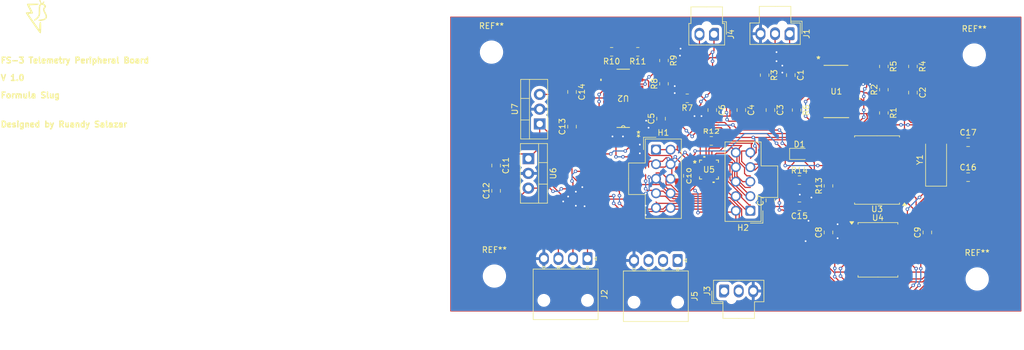
<source format=kicad_pcb>
(kicad_pcb (version 20240108) (generator "pcbnew") (generator_version "8.0")
  (layers (0 "F.Cu" signal) (31 "B.Cu" signal) (34 "B.Paste" user) (35 "F.Paste" user) (36 "B.SilkS" user "B.Silkscreen") (37 "F.SilkS" user "F.Silkscreen") (38 "B.Mask" user) (39 "F.Mask" user) (44 "Edge.Cuts" user))
  (net 0 "")
  (net 1 "Net-(J1-Pin_2)")
  (net 2 "GND")
  (net 3 "Net-(U1-IN+)")
  (net 4 "Net-(C4-Pad1)")
  (net 5 "+3V3")
  (net 6 "+5V")
  (net 7 "+12V")
  (net 8 "Net-(D1-A)")
  (net 9 "PB4")
  (net 10 "PB1")
  (net 11 "PA6")
  (net 12 "PC0")
  (net 13 "PA5")
  (net 14 "PB0")
  (net 15 "PB5")
  (net 16 "PA7")
  (net 17 "CANL")
  (net 18 "CANH")
  (net 19 "/Vin+")
  (net 20 "Net-(U1-TACH-)")
  (net 21 "Net-(U1-EMIT)")
  (net 22 "/Vin-")
  (net 23 "/RG2")
  (net 24 "/RG1")
  (net 25 "UP")
  (net 26 "Net-(U5-PA0{slash}*RESET{slash}UP)")
  (net 27 "Net-(U3-*RESET)")
  (net 31 "/VrefBG")
  (net 37 "CAN1_TX")
  (net 38 "PA2")
  (net 41 "PA1")
  (net 42 "Net-(U3-OSC2)")
  (net 43 "PA3{slash}SCK")
  (net 47 "CAN1_RX")
  (net 48 "PC3")
  (net 50 "Net-(U3-OSC1)")
  (net 51 "PA4")
  (net 52 "PC2")
  (net 53 "PC1")
  (net 54 "Net-(H2-Pin_2)")
  (net 55 "Net-(H2-Pin_1)")
  (footprint "Resistor_SMD:R_0805_2012Metric_Pad1.20x1.40mm_HandSolder" (layer "F.Cu") (at 182.6497 55.945 180)
    (property "Reference" "R10")
    (property "Value" "~")
  )
  (footprint "MountingHole:MountingHole_3.5mm" (layer "F.Cu") (at 245 56.5)
    (property "Reference" "REF**")
    (property "Value" "MountingHole_3.5mm")
  )
  (footprint "Crystal:Crystal_SMD_5032-2Pin_5.0x3.2mm_HandSoldering" (layer "F.Cu") (at 238.4375 74.5 90)
    (property "Reference" "Y1")
    (property "Value" "Crystal")
  )
  (footprint "Capacitor_SMD:C_0805_2012Metric_Pad1.18x1.45mm_HandSolder" (layer "F.Cu") (at 175.8425 62.8475 -90)
    (property "Reference" "C14")
    (property "Value" "10uF")
  )
  (footprint "Capacitor_SMD:C_0805_2012Metric_Pad1.18x1.45mm_HandSolder" (layer "F.Cu") (at 209.9554 65.96 -90)
    (property "Reference" "C3")
    (property "Value" "100nF")
  )
  (footprint "Resistor_SMD:R_0805_2012Metric_Pad1.20x1.40mm_HandSolder" (layer "F.Cu") (at 219.9375 79 90)
    (property "Reference" "R13")
    (property "Value" "10K")
  )
  (footprint "Capacitor_SMD:C_0805_2012Metric_Pad1.18x1.45mm_HandSolder" (layer "F.Cu") (at 219.9375 87 90)
    (property "Reference" "C8")
    (property "Value" "100nF")
  )
  (footprint "Package_SO:SOP-8_6.62x9.15mm_P2.54mm" (layer "F.Cu") (at 228.4375 90)
    (property "Reference" "U4")
    (property "Value" "ISO1050DUB")
  )
  (footprint "Capacitor_SMD:C_0805_2012Metric_Pad1.18x1.45mm_HandSolder" (layer "F.Cu") (at 209.9375 81.5 90)
    (property "Reference" "C7")
    (property "Value" "100nF")
  )
  (footprint "Resistor_SMD:R_0805_2012Metric_Pad1.20x1.40mm_HandSolder" (layer "F.Cu") (at 234.4554 58.46 -90)
    (property "Reference" "R4")
    (property "Value" "100K")
  )
  (footprint "Resistor_SMD:R_0805_2012Metric_Pad1.20x1.40mm_HandSolder" (layer "F.Cu") (at 187.1497 55.945 180)
    (property "Reference" "R11")
    (property "Value" "0.64")
  )
  (footprint "Connector_Molex:Molex_Nano-Fit_105310-xx10_2x05_P2.50mm_Vertical" (layer "F.Cu") (at 190.2875 72.77)
    (property "Reference" "H1")
    (property "Value" "Conn_01x10_MountingPin")
  )
  (footprint "MountingHole:MountingHole_3.5mm" (layer "F.Cu") (at 162 56)
    (property "Reference" "REF**")
    (property "Value" "MountingHole_3.5mm")
  )
  (footprint "Capacitor_SMD:C_0805_2012Metric_Pad1.18x1.45mm_HandSolder" (layer "F.Cu") (at 204.9554 65.96 -90)
    (property "Reference" "C4")
    (property "Value" "22nF")
  )
  (footprint "Resistor_SMD:R_0805_2012Metric_Pad1.20x1.40mm_HandSolder" (layer "F.Cu") (at 191.6497 61.445 90)
    (property "Reference" "R8")
    (property "Value" "200")
  )
  (footprint "Resistor_SMD:R_0805_2012Metric_Pad1.20x1.40mm_HandSolder" (layer "F.Cu") (at 214.9375 78)
    (property "Reference" "R14")
    (property "Value" "100 Ω")
  )
  (footprint "Capacitor_SMD:C_0805_2012Metric_Pad1.18x1.45mm_HandSolder" (layer "F.Cu") (at 214.9375 82.5 180)
    (property "Reference" "C15")
    (property "Value" "100 nF")
  )
  (footprint "Resistor_SMD:R_0805_2012Metric_Pad1.20x1.40mm_HandSolder" (layer "F.Cu") (at 229.4554 66.46 -90)
    (property "Reference" "R1")
    (property "Value" "22K")
  )
  (footprint "Connector_Molex:Molex_Nano-Fit_105309-xx03_1x03_P2.50mm_Vertical" (layer "F.Cu") (at 213.25 52.84 -90)
    (property "Reference" "J1")
    (property "Value" "ATS668LSM")
  )
  (footprint "Capacitor_SMD:C_0805_2012Metric_Pad1.18x1.45mm_HandSolder" (layer "F.Cu") (at 199.9554 65.96 -90)
    (property "Reference" "C6")
    (property "Value" "100nF")
  )
  (footprint "Resistor_SMD:R_0805_2012Metric_Pad1.20x1.40mm_HandSolder" (layer "F.Cu") (at 208.9554 59.96 -90)
    (property "Reference" "R3")
    (property "Value" "330R")
  )
  (footprint "Capacitor_SMD:C_0805_2012Metric_Pad1.18x1.45mm_HandSolder" (layer "F.Cu") (at 175.8425 68.81 90)
    (property "Reference" "C13")
    (property "Value" "100nF")
  )
  (footprint "MountingHole:MountingHole_3.5mm" (layer "F.Cu") (at 162.5 94.5)
    (property "Reference" "REF**")
    (property "Value" "MountingHole_3.5mm")
  )
  (footprint "Capacitor_SMD:C_0805_2012Metric_Pad1.18x1.45mm_HandSolder" (layer "F.Cu") (at 162.7875 75.5 -90)
    (property "Reference" "C11")
    (property "Value" "330nf")
  )
  (footprint "Molex Nanofit:Molex_Nano-Fit_105313-xx04_1x04_P2.50mm_Horizontal" (layer "F.Cu") (at 194 91.82 -90)
    (property "Reference" "J5")
    (property "Value" "Tire temp Sensor")
  )
  (footprint "Resistor_SMD:R_0805_2012Metric_Pad1.20x1.40mm_HandSolder" (layer "F.Cu") (at 214.4554 65.96 -90)
    (property "Reference" "R6")
    (property "Value" "22K")
  )
  (footprint "Resistor_SMD:R_0805_2012Metric_Pad1.20x1.40mm_HandSolder" (layer "F.Cu") (at 229.4554 62.46 90)
    (property "Reference" "R2")
    (property "Value" "10K")
  )
  (footprint "Package_TO_SOT_THT:TO-220-3_Vertical" (layer "F.Cu") (at 170.2875 68.35 90)
    (property "Reference" "U7")
    (property "Value" "LD1117V33C")
  )
  (footprint "Capacitor_SMD:C_0805_2012Metric_Pad1.18x1.45mm_HandSolder" (layer "F.Cu") (at 243.9375 71.5)
    (property "Reference" "C17")
    (property "Value" "27 pF")
  )
  (footprint "Connector_Molex:Molex_Nano-Fit_105309-xx03_1x03_P2.50mm_Vertical" (layer "F.Cu") (at 202 97.07 90)
    (property "Reference" "J3")
    (property "Value" "Potentiometer")
  )
  (footprint "Molex Nanofit:Molex_Nano-Fit_105313-xx04_1x04_P2.50mm_Horizontal" (layer "F.Cu") (at 178.5 91.5 -90)
    (property "Reference" "J2")
    (property "Value" "Conn_01x04_MountingPin")
  )
  (footprint "Capacitor_SMD:C_0805_2012Metric_Pad1.18x1.45mm_HandSolder" (layer "F.Cu") (at 236.9375 87 90)
    (property "Reference" "C9")
    (property "Value" "100nF")
  )
  (footprint "Diode_SMD:D_0805_2012Metric" (layer "F.Cu") (at 214.9375 73.5)
    (property "Reference" "D1")
    (property "Value" "D")
  )
  (footprint "New Library:LM2907MNOPB" (layer "F.Cu") (at 221.2875 62.77)
    (property "Reference" "U1")
    (property "Value" "LM2907M/NOPB")
  )
  (footprint "Package_SO:SOIC-18W_7.5x11.6mm_P1.27mm" (layer "F.Cu") (at 228.2875 76.27 180)
    (property "Reference" "U3")
    (property "Value" "MCP2515-I/SO")
  )
  (footprint "Resistor_SMD:R_0805_2012Metric_Pad1.20x1.40mm_HandSolder" (layer "F.Cu") (at 199.7875 71.27)
    (property "Reference" "R12")
    (property "Value" "430")
  )
  (footprint "New Library:VQFN20_3X3_MCH" (layer "F.Cu") (at 199.387501 76.1924)
    (property "Reference" "U5")
    (property "Value" "ATTINY1616-MNR")
  )
  (footprint "Package_TO_SOT_THT:TO-220-3_Vertical" (layer "F.Cu") (at 168.3425 74.31 -90)
    (property "Reference" "U6")
    (property "Value" "LM7805_TO220")
  )
  (footprint "Capacitor_SMD:C_0805_2012Metric_Pad1.18x1.45mm_HandSolder" (layer "F.Cu") (at 213.4554 59.96 -90)
    (property "Reference" "C1")
    (property "Value" "10pF")
  )
  (footprint "Capacitor_SMD:C_0805_2012Metric_Pad1.18x1.45mm_HandSolder" (layer "F.Cu") (at 194.2875 77.27 -90)
    (property "Reference" "C10")
    (property "Value" "100nF")
  )
  (footprint "New Library:105313-1108" (layer "F.Cu") (at 184.6497 63.945 180)
    (property "Reference" "U2")
    (property "Value" "INA125U")
  )
  (footprint "Connector_Molex:Molex_Nano-Fit_105310-xx10_2x05_P2.50mm_Vertical" (layer "F.Cu") (at 206.5 83.27 180)
    (property "Reference" "H2")
    (property "Value" "Conn_01x10_MountingPin")
  )
  (footprint "Connector_Molex:Molex_Nano-Fit_105309-xx02_1x02_P2.50mm_Vertical" (layer "F.Cu") (at 200.25 52.93 -90)
    (property "Reference" "J4")
    (property "Value" "Strain Gauge")
  )
  (footprint "Resistor_SMD:R_0805_2012Metric_Pad1.20x1.40mm_HandSolder" (layer "F.Cu") (at 191.6497 57.445 -90)
    (property "Reference" "R9")
    (property "Value" "120")
  )
  (footprint "Resistor_SMD:R_0805_2012Metric_Pad1.20x1.40mm_HandSolder" (layer "F.Cu") (at 229.4554 58.46 -90)
    (property "Reference" "R5")
    (property "Value" "10K")
  )
  (footprint "1FS_2_Global_Footprint_Library:FS_Logo_4LinesTall" (layer "F.Cu") (at 84 50)
    (property "Reference" "G***" (hide yes))
    (property "Value" "LOGO" (hide yes))
  )
  (footprint "Capacitor_SMD:C_0805_2012Metric_Pad1.18x1.45mm_HandSolder" (layer "F.Cu") (at 191.1497 67.445 90)
    (property "Reference" "C5")
    (property "Value" "100nF")
  )
  (footprint "Capacitor_SMD:C_0805_2012Metric_Pad1.18x1.45mm_HandSolder" (layer "F.Cu") (at 243.9375 77.5)
    (property "Reference" "C16")
    (property "Value" "27 pF")
  )
  (footprint "Capacitor_SMD:C_0805_2012Metric_Pad1.18x1.45mm_HandSolder" (layer "F.Cu") (at 162.7875 79.85 90)
    (property "Reference" "C12")
    (property "Value" "100nf")
  )
  (footprint "Capacitor_SMD:C_0805_2012Metric_Pad1.18x1.45mm_HandSolder" (layer "F.Cu") (at 234.4554 62.96 -90)
    (property "Reference" "C2")
    (property "Value" "100nF")
  )
  (footprint "MountingHole:MountingHole_3.5mm" (layer "F.Cu") (at 245.5 95)
    (property "Reference" "REF**")
    (property "Value" "MountingHole_3.5mm")
  )
  (footprint "Resistor_SMD:R_0805_2012Metric_Pad1.20x1.40mm_HandSolder" (layer "F.Cu") (at 195.6497 63.945 180)
    (property "Reference" "R7")
    (property "Value" "120")
  )
  (gr_rect (start 155 50) (end 253 100.5) (stroke (width 0.2)) (fill none) (layer "F.Cu"))
  (gr_text "V 1.0" (at 77.5 61 0) (layer "F.SilkS") (effects (font (size 1 1) (thickness 0.25) (bold yes)) (justify left bottom)))
  (gr_text "Formula Slug" (at 77.5 64 0) (layer "F.SilkS") (effects (font (size 1 1) (thickness 0.25) (bold yes)) (justify left bottom)))
  (gr_text "Designed by Ruandy Salazar" (at 77.5 69 0) (layer "F.SilkS") (effects (font (size 1 1) (thickness 0.25) (bold yes)) (justify left bottom)))
  (gr_text "FS-3 Telemetry Peripheral Board" (at 77.5 58 0) (layer "F.SilkS") (effects (font (size 1 1) (thickness 0.25) (bold yes)) (justify left bottom)))
  (segment (start 211 58.5) (end 210.5 58.5) (width 0.2) (layer "F.Cu") (net 1))
  (segment (start 213.4554 58.9225) (end 211.4225 58.9225) (width 0.2) (layer "F.Cu") (net 1))
  (segment (start 210.04 58.96) (end 208.9554 58.96) (width 0.2) (layer "F.Cu") (net 1))
  (segment (start 210.5 58.5) (end 210.04 58.96) (width 0.2) (layer "F.Cu") (net 1))
  (segment (start 210.75 52.84) (end 210.75 55.75) (width 0.2) (layer "F.Cu") (net 1))
  (segment (start 211 57.56) (end 211 58.5) (width 0.2) (layer "F.Cu") (net 1))
  (segment (start 218.4554 58.96) (end 213.4929 58.96) (width 0.2) (layer "F.Cu") (net 1))
  (segment (start 211.4225 58.9225) (end 211 58.5) (width 0.2) (layer "F.Cu") (net 1))
  (segment (start 210.75 55.75) (end 211 56) (width 0.2) (layer "F.Cu") (net 1))
  (segment (start 213.4929 58.96) (end 213.4554 58.9225) (width 0.2) (layer "F.Cu") (net 1))
  (via (at 211 57.56) (size 0.6) (drill 0.3) (layers "F.Cu" "B.Cu") (net 1))
  (via (at 211 56) (size 0.6) (drill 0.3) (layers "F.Cu" "B.Cu") (net 1))
  (segment (start 211 56) (end 211 57.56) (width 0.2) (layer "B.Cu") (net 1))
  (segment (start 181.3425 81.81) (end 181.81 81.81) (width 0.2) (layer "F.Cu") (net 2))
  (segment (start 177.3425 81.81) (end 181.3425 81.81) (width 0.2) (layer "F.Cu") (net 2))
  (segment (start 193.5 63.045) (end 193.045 63.5) (width 0.2) (layer "F.Cu") (net 2))
  (segment (start 179.5 63.885) (end 181.7125 63.885) (width 0.2) (layer "F.Cu") (net 2))
  (segment (start 223.9125 93.81) (end 223.9125 95.9125) (width 0.2) (layer "F.Cu") (net 2))
  (segment (start 219.9375 88.0375) (end 219.9375 92.9375) (width 0.2) (layer "F.Cu") (net 2))
  (segment (start 219.9375 92.9375) (end 221 94) (width 0.2) (layer "F.Cu") (net 2))
  (segment (start 189 84.5) (end 188.5 84) (width 0.2) (layer "F.Cu") (net 2))
  (segment (start 203.54 60.96) (end 204.9554 60.96) (width 0.2) (layer "F.Cu") (net 2))
  (segment (start 236.5 69.5) (end 242 69.5) (width 0.2) (layer "F.Cu") (net 2))
  (segment (start 225.5 57.5) (end 225.9 57.9) (width 0.2) (layer "F.Cu") (net 2))
  (segment (start 236.9375 93.5625) (end 236.5 94) (width 0.2) (layer "F.Cu") (net 2))
  (segment (start 192 74.17) (end 192.2 74.17) (width 0.2) (layer "F.Cu") (net 2))
  (segment (start 236.9375 88.0375) (end 236.9375 93.5625) (width 0.2) (layer "F.Cu") (net 2))
  (segment (start 179.5 68.565686) (end 181.434314 70.5) (width 0.2) (layer "F.Cu") (net 2))
  (segment (start 213.8625 82.5375) (end 213.9 82.5) (width 0.2) (layer "F.Cu") (net 2))
  (segment (start 224 96) (end 232 96) (width 0.2) (layer "F.Cu") (net 2))
  (segment (start 195.5 75) (end 196.6924 76.1924) (width 0.2) (layer "F.Cu") (net 2))
  (segment (start 225.9 57.9) (end 225.9 61.5) (width 0.2) (layer "F.Cu") (net 2))
  (segment (start 168.3425 76.85) (end 170.35 76.85) (width 0.2) (layer "F.Cu") (net 2))
  (segment (start 221.19 93.81) (end 223.9125 93.81) (width 0.2) (layer "F.Cu") (net 2))
  (segment (start 175.8425 67.735) (end 175.8425 67.7725) (width 0.2) (layer "F.Cu") (net 2))
  (segment (start 193.6 74) (end 193.6 74.1) (width 0.2) (layer "F.Cu") (net 2))
  (segment (start 213.9 82.5) (end 213.9 81.6) (width 0.2) (layer "F.Cu") (net 2))
  (segment (start 218.75 82.75) (end 221.5 85.5) (width 0.2) (layer "F.Cu") (net 2))
  (segment (start 187.5 73.434314) (end 188.835686 74.77) (width 0.2) (layer "F.Cu") (net 2))
  (segment (start 227.96 61.46) (end 229.4554 61.46) (width 0.2) (layer "F.Cu") (net 2))
  (segment (start 194.2875 76.2325) (end 194.2875 75.2125) (width 0.2) (layer "F.Cu") (net 2))
  (segment (start 221.5 88) (end 219.975 88) (width 0.2) (layer "F.Cu") (net 2))
  (segment (start 221 94) (end 221.19 93.81) (width 0.2) (layer "F.Cu") (net 2))
  (segment (start 184.5 70.5) (end 187.5 70.5) (width 0.2) (layer "F.Cu") (net 2))
  (segment (start 232.9625 94.9625) (end 232.9625 93.81) (width 0.2) (layer "F.Cu") (net 2))
  (segment (start 194.5 75) (end 195.5 75) (width 0.2) (layer "F.Cu") (net 2))
  (segment (start 203 84.697058) (end 203 84.5) (width 0.2) (layer "F.Cu") (net 2))
  (segment (start 216 88.5) (end 214.5 88.5) (width 0.2) (layer "F.Cu") (net 2))
  (segment (start 188.497645 80.304625) (end 187.901135 80.901135) (width 0.2) (layer "F.Cu") (net 2))
  (segment (start 212 58.3225) (end 212.8225 57.5) (width 0.2) (layer "F.Cu") (net 2))
  (segment (start 181.434314 70.5) (end 182.8 70.5) (width 0.2) (layer "F.Cu") (net 2))
  (segment (start 179.5 63.885) (end 179.5 68.565686) (width 0.2) (layer "F.Cu") (net 2))
  (segment (start 175.31 81.81) (end 177.3425 81.81) (width 0.2) (layer "F.Cu") (net 2))
  (segment (start 227.1 61.5) (end 227.1 61.4) (width 0.2) (layer "F.Cu") (net 2))
  (segment (start 203 84.5) (end 189 84.5) (width 0.2) (layer "F.Cu") (net 2))
  (segment (start 196.3075 66.4075) (end 196.9 67) (width 0.2) (layer "F.Cu") (net 2))
  (segment (start 189 77.4) (end 189.1 77.5) (width 0.2) (layer "F.Cu") (net 2))
  (segment (start 173.9175 65.81) (end 175.8425 67.735) (width 0.2) (layer "F.Cu") (net 2))
  (segment (start 246 72.525) (end 246 76.475) (width 0.2) (layer "F.Cu") (net 2))
  (segment (start 233 64) (end 233 71.1275) (width 0.2) (layer "F.Cu") (net 2))
  (segment (start 188.5 81.5) (end 187.901135 80.901135) (width 0.2) (layer "F.Cu") (net 2))
  (segment (start 214.5 88.5) (end 211.5 85.5) (width 0.2) (layer "F.Cu") (net 2))
  (segment (start 162.7875 76.5375) (end 163.25 77) (width 0.2) (layer "F.Cu") (net 2))
  (segment (start 219.975 88) (end 219.9375 88.0375) (width 0.2) (layer "F.Cu") (net 2))
  (segment (start 244.975 71.5) (end 246 72.525) (width 0.2) (layer "F.Cu") (net 2))
  (segment (start 227.5 61) (end 227.96 61.46) (width 0.2) (layer "F.Cu") (net 2))
  (segment (start 236 71) (end 236 70) (width 0.2) (layer "F.Cu") (net 2))
  (segment (start 212.8225 57.5) (end 225.5 57.5) (width 0.2) (layer "F.Cu") (net 2))
  (segment (start 188.5 65.85) (end 190.5922 65.85) (width 0.2) (layer "F.Cu") (net 2))
  (segment (start 209.9554 66.9975) (end 214.4179 66.9975) (width 0.2) (layer "F.Cu") (net 2))
  (segment (start 203 61.5) (end 203.54 60.96) (width 0.2) (layer "F.Cu") (net 2))
  (segment (start 191.5 63.5) (end 191.1497 63.8503) (width 0.2) (layer "F.Cu") (net 2))
  (segment (start 189 75) (end 189 77.4) (width 0.2) (layer "F.Cu") (net 2))
  (segment (start 233 71.1275) (end 232.9375 71.19) (width 0.2) (layer "F.Cu") (net 2))
  (segment (start 198.1 67) (end 199.9529 67) (width 0.2) (layer "F.Cu") (net 2))
  (segment (start 245.5 69) (end 246 69.5) (width 0.2) (layer "F.Cu") (net 2))
  (segment (start 223.9125 95.9125) (end 224 96) (width 0.2) (layer "F.Cu") (net 2))
  (segment (start 191.1497 63.8503) (end 191.1497 66.4075) (width 0.2) (layer "F.Cu") (net 2))
  (segment (start 233 64) (end 233.0025 63.9975) (width 0.2) (layer "F.Cu") (net 2))
  (segment (start 242.5 69) (end 245.5 69) (width 0.2) (layer "F.Cu") (net 2))
  (segment (start 187.0119 65.85) (end 188.5 65.85) (width 0.2) (layer "F.Cu") (net 2))
  (segment (start 236.5 94) (end 236.31 93.81) (width 0.2) (layer "F.Cu") (net 2))
  (segment (start 208.9554 60.96) (end 212 60.96) (width 0.2) (layer "F.Cu") (net 2))
  (segment (start 242 69.5) (end 242.5 69) (width 0.2) (layer "F.Cu") (net 2))
  (segment (start 212 60.96) (end 213.4179 60.96) (width 0.2) (layer "F.Cu") (net 2))
  (segment (start 193.445 60.445) (end 193.5 60.5) (width 0.2) (layer "F.Cu") (net 2))
  (segment (start 184.6 70.5) (end 184.5 70.5) (width 0.2) (layer "F.Cu") (net 2))
  (segment (start 191.6497 60.445) (end 191.6497 58.445) (width 0.2) (layer "F.Cu") (net 2))
  (segment (start 199.387501 76.1924) (end 197.637501 76.1924) (width 0.2) (layer "F.Cu") (net 2))
  (segment (start 190.5922 65.85) (end 191.1497 66.4075) (width 0.2) (layer "F.Cu") (net 2))
  (segment (start 210 85.5) (end 208.5 87) (width 0.2) (layer "F.Cu") (net 2))
  (segment (start 194.2875 75.2125) (end 194.5 75) (width 0.2) (layer "F.Cu") (net 2))
  (segment (start 214.4179 66.9975) (end 214.4554 66.96) (width 0.2) (layer "F.Cu") (net 2))
  (segment (start 229.4554 61.46) (end 232.46 61.46) (width 0.2) (layer "F.Cu") (net 2))
  (segment (start 233 62) (end 233 64) (width 0.2) (layer "F.Cu") (net 2))
  (segment (start 181.7125 63.885) (end 182.2875 63.31) (width 0.2) (layer "F.Cu") (net 2))
  (segment (start 170.35 76.85) (end 175.31 81.81) (width 0.2) (layer "F.Cu") (net 2))
  (segment (start 221.5 85.5) (end 221.5 85.59) (width 0.2) (layer "F.Cu") (net 2))
  (segment (start 192.2 74.17) (end 192.4 74.37) (width 0.2) (layer "F.Cu") (net 2))
  (segment (start 224.1196 61.5) (end 225.9 61.5) (width 0.2) (layer "F.Cu") (net 2))
  (segment (start 235.81 71.19) (end 236 71) (width 0.2) (layer "F.Cu") (net 2))
  (segment (start 217 81) (end 218.75 82.75) (width 0.2) (layer "F.Cu") (net 2))
  (segment (start 204.9554 66.9975) (end 209.9554 66.9975) (width 0.2) (layer "F.Cu") (net 2))
  (segment (start 187.53227 81.27) (end 186.2875 81.27) (width 0.2) (layer "F.Cu") (net 2))
  (segment (start 182.35 81.27) (end 186.2875 81.27) (width 0.2) (layer "F.Cu") (net 2))
  (segment (start 188.585663 67.79) (end 188.585663 66.610963) (width 0.2) (layer "F.Cu") (net 2))
  (segment (start 213.9 81.6) (end 215 80.5) (width 0.2) (layer "F.Cu") (net 2))
  (segment (start 193.5 60.5) (end 193.5 61.845) (width 0.2) (layer "F.Cu") (net 2))
  (segment (start 227.1 61.4) (end 227.5 61) (width 0.2) (layer "F.Cu") (net 2))
  (segment (start 181.81 81.81) (end 182.35 81.27) (width 0.2) (layer "F.Cu") (net 2))
  (segment (start 229.4554 59.46) (end 229.4554 61.46) (width 0.2) (layer "F.Cu") (net 2))
  (segment (start 162.7875 76.5375) (end 162.7875 78.8125) (width 0.2) (layer "F.Cu") (net 2))
  (segment (start 189.23 74.77) (end 189 75) (width 0.2) (layer "F.Cu") (net 2))
  (segment (start 188.5 82.4) (end 188.5 81.5) (width 0.2) (layer "F.Cu") (net 2))
  (segment (start 168.1925 77) (end 168.3425 76.85) (width 0.2) (layer "F.Cu") (net 2))
  (segment (start 233 95) (end 232.9625 94.9625) (width 0.2) (layer "F.Cu") (net 2))
  (segment (start 218.75 82.75) (end 216.5 85) (width 0.2) (layer "F.Cu") (net 2))
  (segment (start 212 60.96) (end 212 59.5225) (width 0.2) (layer "F.Cu") (net 2))
  (segment (start 170.2875 65.81) (end 173.9175 65.81) (width 0.2) (layer "F.Cu") (net 2))
  (segment (start 188.5 66.5253) (end 188.5 65.85) (width 0.2) (layer "F.Cu") (net 2))
  (segment (start 208.5 87) (end 205.302942 87) (width 0.2) (layer "F.Cu") (net 2))
  (segment (start 246 76.475) (end 244.975 77.5) (width 0.2) (layer "F.Cu") (net 2))
  (segment (start 191.4 74.77) (end 192 74.17) (width 0.2) (layer "F.Cu") (net 2))
  (segment (start 203 66.9975) (end 204.9554 66.9975) (width 0.2) (layer "F.Cu") (net 2))
  (segment (start 187.5 70.5) (end 189 69) (width 0.2) (layer "F.Cu") (net 2))
  (segment (start 213.4179 60.96) (end 213.4554 60.9975) (width 0.2) (layer "F.Cu") (net 2))
  (segment (start 187.5 70.5) (end 187.5 71.9) (width 0.2) (layer "F.Cu") (net 2))
  (segment (start 211.5 85.5) (end 210 85.5) (width 0.2) (layer "F.Cu") (net 2))
  (segment (start 203 66.9975) (end 203 61.5) (width 0.2) (layer "F.Cu") (net 2))
  (segment (start 173.9175 65.81) (end 175.8425 63.885) (width 0.2) (layer "F.Cu") (net 2))
  (segment (start 199.9554 66.9975) (end 203 66.9975) (width 0.2) (layer "F.Cu") (net 2))
  (segment (start 191.1497 66.4075) (end 196.3075 66.4075) (width 0.2) (layer "F.Cu") (net 2))
  (segment (start 178.615 63.885) (end 179.5 63.885) (width 0.2) (layer "F.Cu") (net 2))
  (segment (start 232.46 61.46) (end 233 62) (width 0.2) (layer "F.Cu") (net 2))
  (segment (start 187.5 73.4) (end 187.5 73.434314) (width 0.2) (layer "F.Cu") (net 2))
  (segment (start 187.901135 80.901135) (end 187.53227 81.27) (width 0.2) (layer "F.Cu") (net 2))
  (segment (start 233.0025 63.9975) (end 234.4554 63.9975) (width 0.2) (layer "F.Cu") (net 2))
  (segment (start 236.31 93.81) (end 232.9625 93.81) (width 0.2) (layer "F.Cu") (net 2))
  (segment (start 193.045 63.5) (end 191.5 63.5) (width 0.2) (layer "F.Cu") (net 2))
  (segment (start 191.6497 60.445) (end 193.445 60.445) (width 0.2) (layer "F.Cu") (net 2))
  (segment (start 232 96) (end 233 95) (width 0.2) (layer "F.Cu") (net 2))
  (segment (start 190.2875 74.77) (end 189.23 74.77) (width 0.2) (layer "F.Cu") (net 2))
  (segment (start 176.385 63.885) (end 177.5 65) (width 0.2) (layer "F.Cu") (net 2))
  (segment (start 193.6 74.1) (end 194.5 75) (width 0.2) (layer "F.Cu") (net 2))
  (segment (start 209.9375 82.5375) (end 213.8625 82.5375) (width 0.2) (layer "F.Cu") (net 2))
  (segment (start 246 69.5) (end 246 72.525) (width 0.2) (layer "F.Cu") (net 2))
  (segment (start 175.8425 63.885) (end 176.385 63.885) (width 0.2) (layer "F.Cu") (net 2))
  (segment (start 205.302942 87) (end 203 84.697058) (width 0.2) (layer "F.Cu") (net 2))
  (segment (start 204.9554 60.96) (end 208.9554 60.96) (width 0.2) (layer "F.Cu") (net 2))
  (segment (start 232.9375 71.19) (end 235.81 71.19) (width 0.2) (layer "F.Cu") (net 2))
  (segment (start 236 70) (end 236.5 69.5) (width 0.2) (layer "F.Cu") (net 2))
  (segment (start 177.5 65) (end 178.615 63.885) (width 0.2) (layer "F.Cu") (net 2))
  (segment (start 188.835686 74.77) (end 189.23 74.77) (width 0.2) (layer "F.Cu") (net 2))
  (segment (start 188.585663 66.610963) (end 188.5 66.5253) (width 0.2) (layer "F.Cu") (net 2))
  (segment (start 163.25 77) (end 168.1925 77) (width 0.2) (layer "F.Cu") (net 2))
  (segment (start 199.9529 67) (end 199.9554 66.9975) (width 0.2) (layer "F.Cu") (net 2))
  (segment (start 190.2875 74.77) (end 191.4 74.77) (width 0.2) (layer "F.Cu") (net 2))
  (segment (start 196.6924 76.1924) (end 197.637501 76.1924) (width 0.2) (layer "F.Cu") (net 2))
  (via (at 187.5 73.4) (size 0.6) (drill 0.3) (layers "F.Cu" "B.Cu") (net 2))
  (via (at 184.6 70.5) (size 0.6) (drill 0.3) (layers "F.Cu" "B.Cu") (net 2))
  (via (at 188.585663 67.79) (size 0.6) (drill 0.3) (layers "F.Cu" "B.Cu") (net 2))
  (via (at 192.4 74.37) (size 0.6) (drill 0.3) (layers "F.Cu" "B.Cu") (net 2))
  (via (at 188.5 82.4) (size 0.6) (drill 0.3) (layers "F.Cu" "B.Cu") (net 2))
  (via (at 182.8 70.5) (size 0.6) (drill 0.3) (layers "F.Cu" "B.Cu") (net 2))
  (via (at 193.6 74) (size 0.6) (drill 0.3) (layers "F.Cu" "B.Cu") (net 2))
  (via (at 215 80.5) (size 0.6) (drill 0.3) (layers "F.Cu" "B.Cu") (net 2))
  (via (at 188.497645 80.304625) (size 0.6) (drill 0.3) (layers "F.Cu" "B.Cu") (net 2))
  (via (at 198.1 67) (size 0.6) (drill 0.3) (layers "F.Cu" "B.Cu") (net 2))
  (via (at 221.5 88) (size 0.6) (drill 0.3) (layers "F.Cu" "B.Cu") (net 2))
  (via (at 189.1 77.5) (size 0.6) (drill 0.3) (layers "F.Cu" "B.Cu") (net 2))
  (via (at 188.5 84) (size 0.6) (drill 0.3) (layers "F.Cu" "B.Cu") (net 2))
  (via (at 225.9 61.5) (size 0.6) (drill 0.3) (layers "F.Cu" "B.Cu") (net 2))
  (via (at 227.1 61.5) (size 0.6) (drill 0.3) (layers "F.Cu" "B.Cu") (net 2))
  (via (at 217 81) (size 0.6) (drill 0.3) (layers "F.Cu" "B.Cu") (net 2))
  (via (at 216.5 85) (size 0.6) (drill 0.3) (layers "F.Cu" "B.Cu") (net 2))
  (via (at 216 88.5) (size 0.6) (drill 0.3) (layers "F.Cu" "B.Cu") (net 2))
  (via (at 196.9 67) (size 0.6) (drill 0.3) (layers "F.Cu" "B.Cu") (net 2))
  (via (at 189 69) (size 0.6) (drill 0.3) (layers "F.Cu" "B.Cu") (net 2))
  (via (at 212 59.5225) (size 0.6) (drill 0.3) (layers "F.Cu" "B.Cu") (net 2))
  (via (at 193.5 63.045) (size 0.6) (drill 0.3) (layers "F.Cu" "B.Cu") (net 2))
  (via (at 212 58.3225) (size 0.6) (drill 0.3) (layers "F.Cu" "B.Cu") (net 2))
  (via (at 221.5 85.59) (size 0.6) (drill 0.3) (layers "F.Cu" "B.Cu") (net 2))
  (via (at 187.5 71.9) (size 0.6) (drill 0.3) (layers "F.Cu" "B.Cu") (net 2))
  (via (at 193.5 61.845) (size 0.6) (drill 0.3) (layers "F.Cu" "B.Cu") (net 2))
  (segment (start 216.5 80.5) (end 217 81) (width 0.2) (layer "B.Cu") (net 2))
  (segment (start 189 69) (end 189 68.204337) (width 0.2) (layer "B.Cu") (net 2))
  (segment (start 212 59.5225) (end 212 58.3225) (width 0.2) (layer "B.Cu") (net 2))
  (segment (start 215 80.5) (end 216.5 80.5) (width 0.2) (layer "B.Cu") (net 2))
  (segment (start 193.23 74.37) (end 193.6 74) (width 0.2) (layer "B.Cu") (net 2))
  (segment (start 196.9 67) (end 198.1 67) (width 0.2) (layer "B.Cu") (net 2))
  (segment (start 189.1 79.748529) (end 189.1 77.5) (width 0.2) (layer "B.Cu") (net 2))
  (segment (start 192.4 74.37) (end 193.23 74.37) (width 0.2) (layer "B.Cu") (net 2))
  (segment (start 216.5 85) (end 216.5 88) (width 0.2) (layer "B.Cu") (net 2))
  (segment (start 193.5 61.845) (end 193.5 63.045) (width 0.2) (layer "B.Cu") (net 2))
  (segment (start 221.5 85.59) (end 221.5 88) (width 0.2) (layer "B.Cu") (net 2))
  (segment (start 182.8 70.5) (end 184.6 70.5) (width 0.2) (layer "B.Cu") (net 2))
  (segment (start 188.70227 80.1) (end 188.748529 80.1) (width 0.2) (layer "B.Cu") (net 2))
  (segment (start 188.497645 80.304625) (end 188.70227 80.1) (width 0.2) (layer "B.Cu") (net 2))
  (segment (start 216.5 88) (end 216 88.5) (width 0.2) (layer "B.Cu") (net 2))
  (segment (start 188.5 84) (end 188.5 82.4) (width 0.2) (layer "B.Cu") (net 2))
  (segment (start 188.748529 80.1) (end 189.1 79.748529) (width 0.2) (layer "B.Cu") (net 2))
  (segment (start 225.9 61.5) (end 227.1 61.5) (width 0.2) (layer "B.Cu") (net 2))
  (segment (start 187.5 71.9) (end 187.5 73.4) (width 0.2) (layer "B.Cu") (net 2))
  (segment (start 189 68.204337) (end 188.585663 67.79) (width 0.2) (layer "B.Cu") (net 2))
  (segment (start 216.6454 62.77) (end 218.4554 62.77) (width 0.2) (layer "F.Cu") (net 3))
  (segment (start 214.4554 64.96) (end 216.6454 62.77) (width 0.2) (layer "F.Cu") (net 3))
  (segment (start 214.4554 64.96) (end 209.9929 64.96) (width 0.2) (layer "F.Cu") (net 3))
  (segment (start 209.9929 64.96) (end 209.9554 64.9225) (width 0.2) (layer "F.Cu") (net 3))
  (segment (start 218.4554 61.5) (end 218.4554 62.77) (width 0.2) (layer "F.Cu") (net 3))
  (segment (start 208.575143 63.924857) (end 214.924857 63.924857) (width 0.2) (layer "F.Cu") (net 4))
  (segment (start 206.5 64.5) (end 208 64.5) (width 0.2) (layer "F.Cu") (net 4))
  (segment (start 208 64.5) (end 208.575143 63.924857) (width 0.2) (layer "F.Cu") (net 4))
  (segment (start 206.0775 64.9225) (end 206.5 64.5) (width 0.2) (layer "F.Cu") (net 4))
  (segment (start 216.424857 61.825643) (end 218.0205 60.23) (width 0.2) (layer "F.Cu") (net 4))
  (segment (start 218.0205 60.23) (end 218.4554 60.23) (width 0.2) (layer "F.Cu") (net 4))
  (segment (start 216.424857 62.424857) (end 216.424857 61.825643) (width 0.2) (layer "F.Cu") (net 4))
  (segment (start 214.924857 63.924857) (end 216.424857 62.424857) (width 0.2) (layer "F.Cu") (net 4))
  (segment (start 204.9554 64.9225) (end 206.0775 64.9225) (width 0.2) (layer "F.Cu") (net 4))
  (segment (start 223.6375 81.35) (end 223.6375 85.915) (width 0.2) (layer "F.Cu") (net 5))
  (segment (start 209.9375 80.4625) (end 211.4625 80.4625) (width 0.2) (layer "F.Cu") (net 5))
  (segment (start 211.4625 80.4625) (end 211.5 80.5) (width 0.2) (layer "F.Cu") (net 5))
  (segment (start 211 78) (end 209.9375 79.0625) (width 0.2) (layer "F.Cu") (net 5))
  (segment (start 198 62) (end 197.5 62) (width 0.2) (layer "F.Cu") (net 5))
  (segment (start 194.5 68.4825) (end 195.5 69.4825) (width 0.2) (layer "F.Cu") (net 5))
  (segment (start 213 77.0625) (end 213.9375 78) (width 0.2) (layer "F.Cu") (net 5))
  (segment (start 175.8425 59.1575) (end 180.9 54.1) (width 0.2) (layer "F.Cu") (net 5))
  (segment (start 194.5 54.5) (end 194.5 55.4) (width 0.2) (layer "F.Cu") (net 5))
  (segment (start 197.5 65.5) (end 197.5 68) (width 0.2) (layer "F.Cu") (net 5))
  (segment (start 196.5 70.434314) (end 198.384314 68.55) (width 0.2) (layer "F.Cu") (net 5))
  (segment (start 195.5 69.4825) (end 195.5 69.5) (width 0.2) (layer "F.Cu") (net 5))
  (segment (start 199 61) (end 198 62) (width 0.2) (layer "F.Cu") (net 5))
  (segment (start 214 85) (end 214.9625 85.9625) (width 0.2) (layer "F.Cu") (net 5))
  (segment (start 211.5 83.1375) (end 212.1375 83.1375) (width 0.2) (layer "F.Cu") (net 5))
  (segment (start 214 73.5) (end 214 75) (width 0.2) (layer "F.Cu") (net 5))
  (segment (start 203.5 68.5) (end 204.4 69.4) (width 0.2) (layer "F.Cu") (net 5))
  (segment (start 198.445 58.945) (end 199 59.5) (width 0.2) (layer "F.Cu") (net 5))
  (segment (start 213.5 85) (end 214 85) (width 0.2) (layer "F.Cu") (net 5))
  (segment (start 223.9125 86.19) (end 220.165 86.19) (width 0.2) (layer "F.Cu") (net 5))
  (segment (start 204.4 69.4) (end 211.5 69.4) (width 0.2) (layer "F.Cu") (net 5))
  (segment (start 175.8425 61.81) (end 175.8425 59.1575) (width 0.2) (layer "F.Cu") (net 5))
  (segment (start 200.25 55.75) (end 200 56) (width 0.2) (layer "F.Cu") (net 5))
  (segment (start 180.9 54.1) (end 193.9 54.1) (width 0.2) (layer "F.Cu") (net 5))
  (segment (start 196.6497 62.8503) (end 196.6497 63.945) (width 0.2) (layer "F.Cu") (net 5))
  (segment (start 211.5 80.5) (end 211.5 81.9375) (width 0.2) (layer "F.Cu") (net 5))
  (segment (start 212.1375 83.1375) (end 213.5 84.5) (width 0.2) (layer "F.Cu") (net 5))
  (segment (start 174.3825 63.27) (end 175.8425 61.81) (width 0.2) (layer "F.Cu") (net 5))
  (segment (start 187.0119 68.39) (end 191.0572 68.39) (width 0.2) (layer "F.Cu") (net 5))
  (segment (start 223.6375 85.915) (end 223.9125 86.19) (width 0.2) (layer "F.Cu") (net 5))
  (segment (start 197.5 62) (end 196.6497 62.8503) (width 0.2) (layer "F.Cu") (net 5))
  (segment (start 196.6497 63.945) (end 196.6497 64.6497) (width 0.2) (layer "F.Cu") (net 5))
  (segment (start 170.2875 63.27) (end 174.3825 63.27) (width 0.2) (layer "F.Cu") (net 5))
  (segment (start 213.5 84.5) (end 213.5 85) (width 0.2) (layer "F.Cu") (net 5))
  (segment (start 197.0175 68.4825) (end 194.5 68.4825) (width 0.2) (layer "F.Cu") (net 5))
  (segment (start 214.9625 85.9625) (end 219.9375 85.9625) (width 0.2) (layer "F.Cu") (net 5))
  (segment (start 212.17 71.67) (end 212 71.67) (width 0.2) (layer "F.Cu") (net 5))
  (segment (start 187.0119 68.39) (end 187.0119 68.4881) (width 0.2) (layer "F.Cu") (net 5))
  (segment (start 194.5 68.4825) (end 191.1497 68.4825) (width 0.2) (layer "F.Cu") (net 5))
  (segment (start 191.0572 68.39) (end 191.1497 68.4825) (width 0.2) (layer "F.Cu") (net 5))
  (segment (start 220.165 86.19) (end 219.9375 85.9625) (width 0.2) (layer "F.Cu") (net 5))
  (segment (start 209.9375 79.0625) (end 209.9375 80.4625) (width 0.2) (layer "F.Cu") (net 5))
  (segment (start 213 76) (end 213 77.0625) (width 0.2) (layer "F.Cu") (net 5))
  (segment (start 196.745 58.945) (end 197.1497 58.945) (width 0.2) (layer "F.Cu") (net 5))
  (segment (start 196.6497 64.6497) (end 197.5 65.5) (width 0.2) (layer "F.Cu") (net 5))
  (segment (start 198.384314 68.55) (end 201 68.55) (width 0.2) (layer "F.Cu") (net 5))
  (segment (start 198 65) (end 197.5 65.5) (width 0.2) (layer "F.Cu") (net 5))
  (segment (start 197.1497 58.784614) (end 199.934314 56) (width 0.2) (layer "F.Cu") (net 5))
  (segment (start 197.1497 58.945) (end 198.445 58.945) (width 0.2) (layer "F.Cu") (net 5))
  (segment (start 194.4 56.6) (end 196.745 58.945) (width 0.2) (layer "F.Cu") (net 5))
  (segment (start 197.1497 58.945) (end 197.1497 58.784614) (width 0.2) (layer "F.Cu") (net 5))
  (segment (start 199 59.5) (end 199 61) (width 0.2) (layer "F.Cu") (net 5))
  (segment (start 198 64.5) (end 198 65) (width 0.2) (layer "F.Cu") (net 5))
  (segment (start 200 57.56) (end 200 62.5) (width 0.2) (layer "F.Cu") (net 5))
  (segment (start 213.9375 78) (end 211 78) (width 0.2) (layer "F.Cu") (net 5))
  (segment (start 200 62.5) (end 199 63.5) (width 0.2) (layer "F.Cu") (net 5))
  (segment (start 214 75) (end 213 76) (width 0.2) (layer "F.Cu") (net 5))
  (segment (start 200.25 52.93) (end 200.25 55.75) (width 0.2) (layer "F.Cu") (net 5))
  (segment (start 187.0119 67.12) (end 187.0119 68.39) (width 0.2) (layer "F.Cu") (net 5))
  (segment (start 199.934314 56) (end 200 56) (width 0.2) (layer "F.Cu") (net 5))
  (segment (start 193.9 54.1) (end 194 54) (width 0.2) (layer "F.Cu") (net 5))
  (segment (start 197.5 68) (end 197.0175 68.4825) (width 0.2) (layer "F.Cu") (net 5))
  (segment (start 196.5 70.5) (end 196.5 70.434314) (width 0.2) (layer "F.Cu") (net 5))
  (segment (start 214 73.5) (end 212.17 71.67) (width 0.2) (layer "F.Cu") (net 5))
  (segment (start 194 54) (end 194.5 54.5) (width 0.2) (layer "F.Cu") (net 5))
  (via micro (at 201 68.55) (size 0.3) (drill 0.1) (layers "F.Cu" "B.Cu") (net 5))
  (via (at 198 64.5) (size 0.6) (drill 0.3) (layers "F.Cu" "B.Cu") (net 5))
  (via (at 211.5 83.1375) (size 0.6) (drill 0.3) (layers "F.Cu" "B.Cu") (net 5))
  (via (at 199 63.5) (size 0.6) (drill 0.3) (layers "F.Cu" "B.Cu") (net 5))
  (via (at 211.5 69.4) (size 0.6) (drill 0.3) (layers "F.Cu" "B.Cu") (net 5))
  (via (at 212 71.67) (size 0.6) (drill 0.3) (layers "F.Cu" "B.Cu") (net 5))
  (via (at 203.5 68.5) (size 0.6) (drill 0.3) (layers "F.Cu" "B.Cu") (net 5))
  (via (at 195.5 69.5) (size 0.6) (drill 0.3) (layers "F.Cu" "B.Cu") (net 5))
  (via (at 200 57.56) (size 0.6) (drill 0.3) (layers "F.Cu" "B.Cu") (net 5))
  (via (at 194.4 56.6) (size 0.6) (drill 0.3) (layers "F.Cu" "B.Cu") (net 5))
  (via (at 194.5 55.4) (size 0.6) (drill 0.3) (layers "F.Cu" "B.Cu") (net 5))
  (via (at 211.5 81.9375) (size 0.6) (drill 0.3) (layers "F.Cu" "B.Cu") (net 5))
  (via (at 200 56) (size 0.6) (drill 0.3) (layers "F.Cu" "B.Cu") (net 5))
  (via (at 196.5 70.5) (size 0.6) (drill 0.3) (layers "F.Cu" "B.Cu") (net 5))
  (segment (start 212 71.67) (end 212 69.9) (width 0.2) (layer "B.Cu") (net 5))
  (segment (start 212 69.9) (end 211.5 69.4) (width 0.2) (layer "B.Cu") (net 5))
  (segment (start 194.5 55.4) (end 194.5 56.5) (width 0.2) (layer "B.Cu") (net 5))
  (segment (start 194.5 56.5) (end 194.4 56.6) (width 0.2) (layer "B.Cu") (net 5))
  (segment (start 199 63.5) (end 198 64.5) (width 0.2) (layer "B.Cu") (net 5))
  (segment (start 201 68.55) (end 203.45 68.55) (width 0.2) (layer "B.Cu") (net 5))
  (segment (start 195.5 69.5) (end 196.5 70.5) (width 0.2) (layer "B.Cu") (net 5))
  (segment (start 211.5 81.9375) (end 211.5 83.1375) (width 0.2) (layer "B.Cu") (net 5))
  (segment (start 203.45 68.55) (end 203.5 68.5) (width 0.2) (layer "B.Cu") (net 5))
  (segment (start 200 56) (end 200 57.56) (width 0.2) (layer "B.Cu") (net 5))
  (segment (start 209.5 68.5) (end 208.5 67.5) (width 0.2) (layer "F.Cu") (net 6))
  (segment (start 246.4 69.334314) (end 245.565686 68.5) (width 0.2) (layer "F.Cu") (net 6))
  (segment (start 208.5 67.5) (end 208.5 67.5975) (width 0.2) (layer "F.Cu") (net 6))
  (segment (start 231.5 68.5) (end 230.46 67.46) (width 0.2) (layer "F.Cu") (net 6))
  (segment (start 212.04 56.96) (end 200.5 56.96) (width 0.2) (layer "F.Cu") (net 6))
  (segment (start 236.9375 85.9625) (end 233.19 85.9625) (width 0.2) (layer "F.Cu") (net 6))
  (segment (start 213.25 52.84) (end 213.25 56.25) (width 0.2) (layer "F.Cu") (net 6))
  (segment (start 172.04147 79.39) (end 172.575735 79.924265) (width 0.2) (layer "F.Cu") (net 6))
  (segment (start 198 63.5) (end 199.4225 64.9225) (width 0.2) (layer "F.Cu") (net 6))
  (segment (start 196.5 79) (end 196 79.5) (width 0.2) (layer "F.Cu") (net 6))
  (segment (start 170 60.5) (end 166 60.5) (width 0.2) (layer "F.Cu") (net 6))
  (segment (start 163.152756 72.5) (end 160 75.652756) (width 0.2) (layer "F.Cu") (net 6))
  (segment (start 197.054901 76.6924) (end 196.5 77.247301) (width 0.2) (layer "F.Cu") (net 6))
  (segment (start 193.3075 78.3075) (end 194.2875 78.3075) (width 0.2) (layer "F.Cu") (net 6))
  (segment (start 246.5 78.5) (end 246.4 78.4) (width 0.2) (layer "F.Cu") (net 6))
  (segment (start 172 59) (end 171 60) (width 0.2) (layer "F.Cu") (net 6))
  (segment (start 176 79.5) (end 176 78.31603) (width 0.2) (layer "F.Cu") (net 6))
  (segment (start 198 63) (end 198 63.5) (width 0.2) (layer "F.Cu") (net 6))
  (segment (start 162.7875 80.8875) (end 166.845 80.8875) (width 0.2) (layer "F.Cu") (net 6))
  (segment (start 200.5 56.96) (end 200.6 56.86) (width 0.2) (layer "F.Cu") (net 6))
  (segment (start 171 60) (end 170.5 60) (width 0.2) (layer "F.Cu") (net 6))
  (segment (start 226.5 66.58) (end 226.5 66.831471) (width 0.2) (layer "F.Cu") (net 6))
  (segment (start 233.5 85.6525) (end 233.5 83) (width 0.2) (layer "F.Cu") (net 6))
  (segment (start 208.5 67.5975) (end 208.2125 67.885) (width 0.2) (layer "F.Cu") (net 6))
  (segment (start 225.528529 68.5) (end 209.5 68.5) (width 0.2) (layer "F.Cu") (net 6))
  (segment (start 212.5 56.5) (end 212.04 56.96) (width 0.2) (layer "F.Cu") (net 6))
  (segment (start 170.5 60) (end 170 60.5) (width 0.2) (layer "F.Cu") (net 6))
  (segment (start 233.19 85.9625) (end 232.9625 86.19) (width 0.2) (layer "F.Cu") (net 6))
  (segment (start 188 72.5) (end 185.5 72.5) (width 0.2) (layer "F.Cu") (net 6))
  (segment (start 227.08 66.58) (end 227.96 67.46) (width 0.2) (layer "F.Cu") (net 6))
  (segment (start 174 79.5) (end 176 79.5) (width 0.2) (layer "F.Cu") (net 6))
  (segment (start 162.7875 81.2125) (end 162.7875 80.8875) (width 0.2) (layer "F.Cu") (net 6))
  (segment (start 192.77 73.77) (end 193 74) (width 0.2) (layer "F.Cu") (net 6))
  (segment (start 190.2875 73.77) (end 192.77 73.77) (width 0.2) (layer "F.Cu") (net 6))
  (segment (start 232.4 68.5) (end 231.5 68.5) (width 0.2) (layer "F.Cu") (net 6))
  (segment (start 200.5 56.96) (end 199.54 56.96) (width 0.2) (layer "F.Cu") (net 6))
  (segment (start 194.2875 78.7875) (end 194.2875 78.3075) (width 0.2) (layer "F.Cu") (net 6))
  (segment (start 202 64.5) (end 201.5775 64.9225) (width 0.2) (layer "F.Cu") (net 6))
  (segment (start 199 58.5) (end 199.5 59) (width 0.2) (layer "F.Cu") (net 6))
  (segment (start 226.6 67.428529) (end 225.528529 68.5) (width 0.2) (layer "F.Cu") (net 6))
  (segment (start 176.4425 76.5) (end 178.5 76.5) (width 0.2) (layer "F.Cu") (net 6))
  (segment (start 237.064328 79.5) (end 238.5 79.5) (width 0.2) (layer "F.Cu") (net 6))
  (segment (start 175 59) (end 172 59) (width 0.2) (layer "F.Cu") (net 6))
  (segment (start 208.2125 67.885) (end 202.7875 67.885) (width 0.2) (layer "F.Cu") (net 6))
  (segment (start 165 72.5) (end 163.152756 72.5) (width 0.2) (layer "F.Cu") (net 6))
  (segment (start 182.5 73.5) (end 181 73.5) (width 0.2) (layer "F.Cu") (net 6))
  (segment (start 199.5 61.5) (end 198 63) (width 0.2) (layer "F.Cu") (net 6))
  (segment (start 202.4 66.3975) (end 202.4 64.9) (width 0.2) (layer "F.Cu") (net 6))
  (segment (start 161 82.5) (end 161.5 82.5) (width 0.2) (layer "F.Cu") (net 6))
  (segment (start 246.4 78.4) (end 246.4 69.334314) (width 0.2) (layer "F.Cu") (net 6))
  (segment (start 160 75.652756) (end 160 81.5) (width 0.2) (layer "F.Cu") (net 6))
  (segment (start 245.565686 68.5) (end 245 68.5) (width 0.2) (layer "F.Cu") (net 6))
  (segment (start 193 78) (end 193.3075 78.3075) (width 0.2) (layer "F.Cu") (net 6))
  (segment (start 197.637501 76.6924) (end 197.054901 76.6924) (width 0.2) (layer "F.Cu") (net 6))
  (segment (start 199.4225 64.9225) (end 199.9554 64.9225) (width 0.2) (layer "F.Cu") (net 6))
  (segment (start 201.5775 64.9225) (end 199.9554 64.9225) (width 0.2) (layer "F.Cu") (net 6))
  (segment (start 178.5 76) (end 178.5 76.5) (width 0.2) (layer "F.Cu") (net 6))
  (segment (start 226.5 66.831471) (end 226.6 66.931471) (width 0.2) (layer "F.Cu") (net 6))
  (segment (start 230.46 67.46) (end 229.4554 67.46) (width 0.2) (layer "F.Cu") (net 6))
  (segment (start 195 79.5) (end 194.2875 78.7875) (width 0.2) (layer "F.Cu") (net 6))
  (segment (start 232.9625 86.19) (end 233.5 85.6525) (width 0.2) (layer "F.Cu") (net 6))
  (segment (start 245.5 79.5) (end 246.5 78.5) (width 0.2) (layer "F.Cu") (net 6))
  (segment (start 160 81.5) (end 161 82.5) (width 0.2) (layer "F.Cu") (net 6))
  (segment (start 189.27 73.77) (end 188 72.5) (width 0.2) (layer "F.Cu") (net 6))
  (segment (start 196 79.5) (end 195 79.5) (width 0.2) (layer "F.Cu") (net 6))
  (segment (start 176 78.31603) (end 175.841985 78.158015) (width 0.2) (layer "F.Cu") (net 6))
  (segment (start 227.96 67.46) (end 229.4554 67.46) (width 0.2) (layer "F.Cu") (net 6))
  (segment (start 185.5 72.5) (end 185 73) (width 0.2) (layer "F.Cu") (net 6))
  (segment (start 238.5 79.5) (end 245.5 79.5) (width 0.2) (layer "F.Cu") (net 6))
  (segment (start 226.5 66.58) (end 227.08 66.58) (width 0.2) (layer "F.Cu") (net 6))
  (segment (start 235.584089 80.980239) (end 237.064328 79.5) (width 0.2) (layer "F.Cu") (net 6))
  (segment (start 202.7875 67.885) (end 202.5 67.5975) (width 0.2) (layer "F.Cu") (net 6))
  (segment (start 168.3425 79.39) (end 172.04147 79.39) (width 0.2) (layer "F.Cu") (net 6))
  (segment (start 180.3 53.7) (end 175 59) (width 0.2) (layer "F.Cu") (net 6))
  (segment (start 202.4 64.9) (end 202 64.5) (width 0.2) (layer "F.Cu") (net 6))
  (segment (start 161.5 82.5) (end 162.7875 81.2125) (width 0.2) (layer "F.Cu") (net 6))
  (segment (start 166 60.5) (end 165 61.5) (width 0.2) (layer "F.Cu") (net 6))
  (segment (start 224.1196 65.31) (end 224.1196 66.58) (width 0.2) (layer "F.Cu") (net 6))
  (segment (start 226.6 66.931471) (end 226.6 67.428529) (width 0.2) (layer "F.Cu") (net 6))
  (segment (start 196.5 77.247301) (end 196.5 79) (width 0.2) (layer "F.Cu") (net 6))
  (segment (start 199.54 56.96) (end 199 57.5) (width 0.2) (layer "F.Cu") (net 6))
  (segment (start 199 57.5) (end 199 58.5) (width 0.2) (layer "F.Cu") (net 6))
  (segment (start 166.845 80.8875) (end 168.3425 79.39) (width 0.2) (layer "F.Cu") (net 6))
  (segment (start 199.5 59) (end 199.5 61.5) (width 0.2) (layer "F.Cu") (net 6))
  (segment (start 213 56.5) (end 212.5 56.5) (width 0.2) (layer "F.Cu") (net 6))
  (segment (start 190.2875 73.77) (end 189.27 73.77) (width 0.2) (layer "F.Cu") (net 6))
  (segment (start 245 68.5) (end 233.6 68.5) (width 0.2) (layer "F.Cu") (net 6))
  (segment (start 193 74) (end 193 78) (width 0.2) (layer "F.Cu") (net 6))
  (segment (start 224.1196 66.58) (end 226.5 66.58) (width 0.2) (layer "F.Cu") (net 6))
  (segment (start 181 73.5) (end 178.5 76) (width 0.2) (layer "F.Cu") (net 6))
  (segment (start 165 61.5) (end 165 72.5) (width 0.2) (layer "F.Cu") (net 6))
  (segment (start 213.25 56.25) (end 213 56.5) (width 0.2) (layer "F.Cu") (net 6))
  (via (at 185 73) (size 0.6) (drill 0.3) (layers "F.Cu" "B.Cu") (net 6))
  (via (at 202.5 67.5975) (size 0.6) (drill 0.3) (layers "F.Cu" "B.Cu") (net 6))
  (via (at 232.4 68.5) (size 0.6) (drill 0.3) (layers "F.Cu" "B.Cu") (net 6))
  (via (at 174 79.5) (size 0.6) (drill 0.3) (layers "F.Cu" "B.Cu") (net 6))
  (via (at 172.575735 79.924265) (size 0.6) (drill 0.3) (layers "F.Cu" "B.Cu") (net 6))
  (via (at 175.841985 78.158015) (size 0.6) (drill 0.3) (layers "F.Cu" "B.Cu") (net 6))
  (via (at 202.4 66.3975) (size 0.6) (drill 0.3) (layers "F.Cu" "B.Cu") (net 6))
  (via (at 233.6 68.5) (size 0.6) (drill 0.3) (layers "F.Cu" "B.Cu") (net 6))
  (via (at 235.584089 80.980239) (size 0.6) (drill 0.3) (layers "F.Cu" "B.Cu") (net 6))
  (via (at 182.5 73.5) (size 0.6) (drill 0.3) (layers "F.Cu" "B.Cu") (net 6))
  (via (at 233.5 83) (size 0.6) (drill 0.3) (layers "F.Cu" "B.Cu") (net 6))
  (via (at 176.4425 76.5) (size 0.6) (drill 0.3) (layers "F.Cu" "B.Cu") (net 6))
  (segment (start 175.841985 77.100515) (end 176.4425 76.5) (width 0.2) (layer "B.Cu") (net 6))
  (segment (start 183 73) (end 182.5 73.5) (width 0.2) (layer "B.Cu") (net 6))
  (segment (start 173.575735 79.924265) (end 174 79.5) (width 0.2) (layer "B.Cu") (net 6))
  (segment (start 235.519761 80.980239) (end 235.584089 80.980239) (width 0.2) (layer "B.Cu") (net 6))
  (segment (start 233.6 68.5) (end 232.4 68.5) (width 0.2) (layer "B.Cu") (net 6))
  (segment (start 172.575735 79.924265) (end 173.575735 79.924265) (width 0.2) (layer "B.Cu") (net 6))
  (segment (start 202.5 66.4975) (end 202.4 66.3975) (width 0.2) (layer "B.Cu") (net 6))
  (segment (start 185 73) (end 183 73) (width 0.2) (layer "B.Cu") (net 6))
  (segment (start 233.5 83) (end 235.519761 80.980239) (width 0.2) (layer "B.Cu") (net 6))
  (segment (start 175.841985 78.158015) (end 175.841985 77.100515) (width 0.2) (layer "B.Cu") (net 6))
  (segment (start 202.5 67.5975) (end 202.5 66.4975) (width 0.2) (layer "B.Cu") (net 6))
  (segment (start 177.3425 79.3425) (end 177.41 79.41) (width 0.2) (layer "F.Cu") (net 7))
  (segment (start 178 82.5) (end 178.5 83) (width 0.2) (layer "F.Cu") (net 7))
  (segment (start 167.5325 73.5) (end 163.75 73.5) (width 0.2) (layer "F.Cu") (net 7))
  (segment (start 172.4375 70.5) (end 170.2875 68.35) (width 0.2) (layer "F.Cu") (net 7))
  (segment (start 175.8425 69.8475) (end 175.8425 77.31) (width 0.2) (layer "F.Cu") (net 7))
  (segment (start 175.8425 77.31) (end 177.3425 78.81) (width 0.2) (layer "F.Cu") (net 7))
  (segment (start 178.5 83) (end 178.5 91.5) (width 0.2) (layer "F.Cu") (net 7))
  (segment (start 177.414274 79.41) (end 177.614274 79.21) (width 0.2) (layer "F.Cu") (net 7))
  (segment (start 177.41 79.41) (end 177.414274 79.41) (width 0.2) (layer "F.Cu") (net 7))
  (segment (start 168.3425 74.31) (end 167.5325 73.5) (width 0.2) (layer "F.Cu") (net 7))
  (segment (start 177.3425 78.81) (end 177.3425 79.3425) (width 0.2) (layer "F.Cu") (net 7))
  (segment (start 175.19 70.5) (end 172.4375 70.5) (width 0.2) (layer "F.Cu") (net 7))
  (segment (start 163.75 73.5) (end 162.7875 74.4625) (width 0.2) (layer "F.Cu") (net 7))
  (segment (start 170.2875 72.365) (end 168.3425 74.31) (width 0.2) (layer "F.Cu") (net 7))
  (segment (start 175.8425 69.8475) (end 175.19 70.5) (width 0.2) (layer "F.Cu") (net 7))
  (segment (start 170.2875 68.35) (end 170.2875 72.365) (width 0.2) (layer "F.Cu") (net 7))
  (via (at 178 82.5) (size 0.6) (drill 0.3) (layers "F.Cu" "B.Cu") (net 7))
  (via (at 177.614274 79.21) (size 0.6) (drill 0.3) (layers "F.Cu" "B.Cu") (net 7))
  (segment (start 177.614274 79.21) (end 177.614274 82.114274) (width 0.2) (layer "B.Cu") (net 7))
  (segment (start 177.614274 82.114274) (end 178 82.5) (width 0.2) (layer "B.Cu") (net 7))
  (segment (start 217 76) (end 217 77) (width 0.2) (layer "F.Cu") (net 8))
  (segment (start 216.9375 77) (end 215.9375 78) (width 0.2) (layer "F.Cu") (net 8))
  (segment (start 217 77) (end 216.9375 77) (width 0.2) (layer "F.Cu") (net 8))
  (segment (start 218.9375 77) (end 219.9375 78) (width 0.2) (layer "F.Cu") (net 8))
  (segment (start 215.9375 82.4625) (end 215.975 82.5) (width 0.2) (layer "F.Cu") (net 8))
  (segment (start 217 77) (end 218.9375 77) (width 0.2) (layer "F.Cu") (net 8))
  (segment (start 215.875 73.5) (end 215.875 74.875) (width 0.2) (layer "F.Cu") (net 8))
  (segment (start 215.9375 78) (end 215.9375 82.4625) (width 0.2) (layer "F.Cu") (net 8))
  (segment (start 215.875 74.875) (end 217 76) (width 0.2) (layer "F.Cu") (net 8))
  (segment (start 199 82) (end 190.5175 82) (width 0.2) (layer "F.Cu") (net 9))
  (segment (start 200.387501 80.612499) (end 199 82) (width 0.2) (layer "F.Cu") (net 9))
  (segment (start 190.5175 82) (end 190.2875 81.77) (width 0.2) (layer "F.Cu") (net 9))
  (segment (start 200.387501 77.9424) (end 200.387501 80.612499) (width 0.2) (layer "F.Cu") (net 9))
  (segment (start 201.137501 76.1924) (end 201.8076 76.1924) (width 0.2) (layer "F.Cu") (net 10))
  (segment (start 201.8076 76.1924) (end 202.634314 75.365686) (width 0.2) (layer "F.Cu") (net 10))
  (segment (start 203 75.365686) (end 203 78) (width 0.2) (layer "F.Cu") (net 10))
  (segment (start 203 78) (end 206.27 81.27) (width 0.2) (layer "F.Cu") (net 10))
  (segment (start 206.27 81.27) (end 206.5 81.27) (width 0.2) (layer "F.Cu") (net 10))
  (segment (start 202.634314 75.365686) (end 203 75.365686) (width 0.2) (layer "F.Cu") (net 10))
  (segment (start 192.497843 79.902157) (end 193.395686 80.8) (width 0.2) (layer "F.Cu") (net 11))
  (segment (start 198.134314 80.8) (end 198.887501 80.046813) (width 0.2) (layer "F.Cu") (net 11))
  (segment (start 192.097843 79.902157) (end 192.497843 79.902157) (width 0.2) (layer "F.Cu") (net 11))
  (segment (start 190.965686 78.77) (end 192.097843 79.902157) (width 0.2) (layer "F.Cu") (net 11))
  (segment (start 190.2875 78.77) (end 190.965686 78.77) (width 0.2) (layer "F.Cu") (net 11))
  (segment (start 186.7875 78.77) (end 190.2875 78.77) (width 0.2) (layer "F.Cu") (net 11))
  (segment (start 186.2875 79.27) (end 186.7875 78.77) (width 0.2) (layer "F.Cu") (net 11))
  (segment (start 193.395686 80.8) (end 198.134314 80.8) (width 0.2) (layer "F.Cu") (net 11))
  (segment (start 198.887501 80.046813) (end 198.887501 77.9424) (width 0.2) (layer "F.Cu") (net 11))
  (segment (start 202.8 73.8) (end 201.2 73.8) (width 0.2) (layer "F.Cu") (net 12))
  (segment (start 201.2 73.8) (end 201.137501 73.862499) (width 0.2) (layer "F.Cu") (net 12))
  (segment (start 205.620774 79.27) (end 203.8 77.449226) (width 0.2) (layer "F.Cu") (net 12))
  (segment (start 201.137501 73.862499) (end 201.137501 75.1924) (width 0.2) (layer "F.Cu") (net 12))
  (segment (start 203.8 74.8) (end 202.8 73.8) (width 0.2) (layer "F.Cu") (net 12))
  (segment (start 206.5 79.27) (end 205.620774 79.27) (width 0.2) (layer "F.Cu") (net 12))
  (segment (start 203.8 77.449226) (end 203.8 74.8) (width 0.2) (layer "F.Cu") (net 12))
  (segment (start 193.561372 80.4) (end 197.968628 80.4) (width 0.2) (layer "F.Cu") (net 13))
  (segment (start 192.663529 79.502157) (end 193.561372 80.4) (width 0.2) (layer "F.Cu") (net 13))
  (segment (start 190.2875 77.77) (end 190.531372 77.77) (width 0.2) (layer "F.Cu") (net 13))
  (segment (start 192.263529 79.502157) (end 192.663529 79.502157) (width 0.2) (layer "F.Cu") (net 13))
  (segment (start 198.387501 79.981127) (end 198.387501 77.9424) (width 0.2) (layer "F.Cu") (net 13))
  (segment (start 197.968628 80.4) (end 198.387501 79.981127) (width 0.2) (layer "F.Cu") (net 13))
  (segment (start 190.531372 77.77) (end 192.263529 79.502157) (width 0.2) (layer "F.Cu") (net 13))
  (segment (start 206.055088 80.27) (end 203.4 77.614912) (width 0.2) (layer "F.Cu") (net 14))
  (segment (start 203.4 77.614912) (end 203.4 74.965686) (width 0.2) (layer "F.Cu") (net 14))
  (segment (start 203.4 74.965686) (end 202.446815 74.965686) (width 0.2) (layer "F.Cu") (net 14))
  (segment (start 206.5 80.27) (end 206.055088 80.27) (width 0.2) (layer "F.Cu") (net 14))
  (segment (start 202.446815 74.965686) (end 201.621701 75.7908) (width 0.2) (layer "F.Cu") (net 14))
  (segment (start 201.621701 75.7908) (end 201.139102 75.7908) (width 0.2) (layer "F.Cu") (net 14))
  (segment (start 191.9 80.77) (end 192.73 81.6) (width 0.2) (layer "F.Cu") (net 15))
  (segment (start 190.2875 80.77) (end 191.9 80.77) (width 0.2) (layer "F.Cu") (net 15))
  (segment (start 199.967157 80.467157) (end 199.887501 80.387501) (width 0.2) (layer "F.Cu") (net 15))
  (segment (start 199.887501 80.387501) (end 199.887501 77.9424) (width 0.2) (layer "F.Cu") (net 15))
  (segment (start 192.73 81.6) (end 198.834314 81.6) (width 0.2) (layer "F.Cu") (net 15))
  (segment (start 198.834314 81.6) (end 199.967157 80.467157) (width 0.2) (layer "F.Cu") (net 15))
  (segment (start 181 69.5) (end 180.5 69) (width 0.2) (layer "F.Cu") (net 16))
  (segment (start 192.4 80.37) (end 193.23 81.2) (width 0.2) (layer "F.Cu") (net 16))
  (segment (start 190.2875 79.77) (end 190.4175 79.9) (width 0.2) (layer "F.Cu") (net 16))
  (segment (start 187.5 74) (end 184.6 74) (width 0.2) (layer "F.Cu") (net 16))
  (segment (start 191.53 79.9) (end 192 80.37) (width 0.2) (layer "F.Cu") (net 16))
  (segment (start 180.5 63.285) (end 181.745 62.04) (width 0.2) (layer "F.Cu") (net 16))
  (segment (start 180.5 69) (end 180.5 64.5) (width 0.2) (layer "F.Cu") (net 16))
  (segment (start 183.4 69.9) (end 183 69.5) (width 0.2) (layer "F.Cu") (net 16))
  (segment (start 183 69.5) (end 181 69.5) (width 0.2) (layer "F.Cu") (net 16))
  (segment (start 188.77 79.77) (end 188.5 79.5) (width 0.2) (layer "F.Cu") (net 16))
  (segment (start 193.23 81.2) (end 198.3 81.2) (width 0.2) (layer "F.Cu") (net 16))
  (segment (start 181.745 62.04) (end 182.2875 62.04) (width 0.2) (layer "F.Cu") (net 16))
  (segment (start 192 80.37) (end 192.4 80.37) (width 0.2) (layer "F.Cu") (net 16))
  (segment (start 188.5 75) (end 187.5 74) (width 0.2) (layer "F.Cu") (net 16))
  (segment (start 190.4175 79.9) (end 191.53 79.9) (width 0.2) (layer "F.Cu") (net 16))
  (segment (start 182.2875 60.77) (end 182.2875 62.04) (width 0.2) (layer "F.Cu") (net 16))
  (segment (start 198.3 81.2) (end 199.387501 80.112499) (width 0.2) (layer "F.Cu") (net 16))
  (segment (start 183.4 74) (end 183.4 69.9) (width 0.2) (layer "F.Cu") (net 16))
  (segment (start 188.5 78.17) (end 188.5 75) (width 0.2) (layer "F.Cu") (net 16))
  (segment (start 199.387501 80.112499) (end 199.387501 77.9424) (width 0.2) (layer "F.Cu") (net 16))
  (segment (start 190.2875 79.77) (end 188.77 79.77) (width 0.2) (layer "F.Cu") (net 16))
  (via (at 183.4 74) (size 0.6) (drill 0.3) (layers "F.Cu" "B.Cu") (net 16))
  (via (at 188.5 78.17) (size 0.6) (drill 0.3) (layers "F.Cu" "B.Cu") (net 16))
  (via (at 180.5 64.5) (size 0.6) (drill 0.3) (layers "F.Cu" "B.Cu") (net 16))
  (via (at 180.5 63.285) (size 0.6) (drill 0.3) (layers "F.Cu" "B.Cu") (net 16))
  (via (at 184.6 74) (size 0.6) (drill 0.3) (layers "F.Cu" "B.Cu") (net 16))
  (via (at 188.5 79.5) (size 0.6) (drill 0.3) (layers "F.Cu" "B.Cu") (net 16))
  (segment (start 184.6 74) (end 183.4 74) (width 0.2) (layer "B.Cu") (net 16))
  (segment (start 180.5 64.5) (end 180.5 63.285) (width 0.2) (layer "B.Cu") (net 16))
  (segment (start 188.5 79.5) (end 188.5 78.17) (width 0.2) (layer "B.Cu") (net 16))
  (segment (start 192 82.5) (end 193 82.5) (width 0.2) (layer "F.Cu") (net 17))
  (segment (start 219.5 89.5) (end 219.5 93.948529) (width 0.2) (layer "F.Cu") (net 17))
  (segment (start 183.81 79.81) (end 184 80) (width 0.2) (layer "F.Cu") (net 17))
  (segment (start 213 85.065685) (end 214.934315 87) (width 0.2) (layer "F.Cu") (net 17))
  (segment (start 208.5 84.5) (end 208.5 84) (width 0.2) (layer "F.Cu") (net 17))
  (segment (start 214.934315 87) (end 216.5 87) (width 0.2) (layer "F.Cu") (net 17))
  (segment (start 185 83) (end 191.5 83) (width 0.2) (layer "F.Cu") (net 17))
  (segment (start 184 80) (end 184 80.67) (width 0.2) (layer "F.Cu") (net 17))
  (segment (start 199.5 82.5) (end 200 82) (width 0.2) (layer "F.Cu") (net 17))
  (segment (start 213 85) (end 213 85.065685) (width 0.2) (layer "F.Cu") (net 17))
  (segment (start 176.5 82.41) (end 176.5 83) (width 0.2) (layer "F.Cu") (net 17))
  (segment (start 176.69 79.81) (end 176.5 80) (width 0.2) (layer "F.Cu") (net 17))
  (segment (start 219.5 93.948529) (end 222.751471 97.2) (width 0.2) (layer "F.Cu") (net 17))
  (segment (start 191.5 83) (end 192 82.5) (width 0.2) (layer "F.Cu") (net 17))
  (segment (start 207.5 85.5) (end 208.5 84.5) (width 0.2) (layer "F.Cu") (net 17))
  (segment (start 216.5 87) (end 218.5 89) (width 0.2) (layer "F.Cu") (net 17))
  (segment (start 233.4 97.2) (end 234.5 96.1) (width 0.2) (layer "F.Cu") (net 17))
  (segment (start 212 84) (end 213 85) (width 0.2) (layer "F.Cu") (net 17))
  (segment (start 218.5 89) (end 219 89.5) (width 0.2) (layer "F.Cu") (net 17))
  (segment (start 193 82.5) (end 199.5 82.5) (width 0.2) (layer "F.Cu") (net 17))
  (segment (start 200 82) (end 201 81) (width 0.2) (layer "F.Cu") (net 17))
  (segment (start 203 81) (end 205 83) (width 0.2) (layer "F.Cu") (net 17))
  (segment (start 176 83.5) (end 176 91.5) (width 0.2) (layer "F.Cu") (net 17))
  (segment (start 184 82) (end 185 83) (width 0.2) (layer "F.Cu") (net 17))
  (segment (start 219 89.5) (end 219.5 89.5) (width 0.2) (layer "F.Cu") (net 17))
  (segment (start 208.5 84) (end 212 84) (width 0.2) (layer "F.Cu") (net 17))
  (segment (start 205.5 85.5) (end 207.5 85.5) (width 0.2) (layer "F.Cu") (net 17))
  (segment (start 205 83) (end 205 85) (width 0.2) (layer "F.Cu") (net 17))
  (segment (start 205 85) (end 205.5 85.5) (width 0.2) (layer "F.Cu") (net 17))
  (segment (start 222.751471 97.2) (end 233.4 97.2) (width 0.2) (layer "F.Cu") (net 17))
  (segment (start 176.5 83) (end 176 83.5) (width 0.2) (layer "F.Cu") (net 17))
  (segment (start 181.3425 79.81) (end 183.81 79.81) (width 0.2) (layer "F.Cu") (net 17))
  (segment (start 177.3425 79.81) (end 181.3425 79.81) (width 0.2) (layer "F.Cu") (net 17))
  (segment (start 201 81) (end 203 81) (width 0.2) (layer "F.Cu") (net 17))
  (segment (start 177.3425 79.81) (end 176.69 79.81) (width 0.2) (layer "F.Cu") (net 17))
  (segment (start 234.9025 93.21) (end 232.9625 91.27) (width 0.2) (layer "F.Cu") (net 17))
  (segment (start 235 93.21) (end 234.9025 93.21) (width 0.2) (layer "F.Cu") (net 17))
  (via (at 176.5 80) (size 0.6) (drill 0.3) (layers "F.Cu" "B.Cu") (net 17))
  (via (at 184 80.67) (size 0.6) (drill 0.3) (layers "F.Cu" "B.Cu") (net 17))
  (via (at 176.5 82.41) (size 0.6) (drill 0.3) (layers "F.Cu" "B.Cu") (net 17))
  (via (at 234.5 96.1) (size 0.6) (drill 0.3) (layers "F.Cu" "B.Cu") (net 17))
  (via (at 235 93.21) (size 0.6) (drill 0.3) (layers "F.Cu" "B.Cu") (net 17))
  (via (at 184 82) (size 0.6) (drill 0.3) (layers "F.Cu" "B.Cu") (net 17))
  (segment (start 234.5 96.1) (end 235 95.6) (width 0.2) (layer "B.Cu") (net 17))
  (segment (start 176.5 80) (end 176.5 82.41) (width 0.2) (layer "B.Cu") (net 17))
  (segment (start 184 80.67) (end 184 82) (width 0.2) (layer "B.Cu") (net 17))
  (segment (start 235 95.6) (end 235 93.21) (width 0.2) (layer "B.Cu") (net 17))
  (segment (start 222.585785 97.6) (end 234 97.6) (width 0.2) (layer "F.Cu") (net 18))
  (segment (start 204.6 84.5) (end 204.6 85.165686) (width 0.2) (layer "F.Cu") (net 18))
  (segment (start 211.868629 84.5) (end 214.184315 86.815686) (width 0.2) (layer "F.Cu") (net 18))
  (segment (start 201.032843 81.532843) (end 201.065686 81.5) (width 0.2) (layer "F.Cu") (net 18))
  (segment (start 235.800003 93.21) (end 235.800003 91.567503) (width 0.2) (layer "F.Cu") (net 18))
  (segment (start 219.1 94.114215) (end 222.585785 97.6) (width 0.2) (layer "F.Cu") (net 18))
  (segment (start 202.934314 81.5) (end 202.967157 81.532843) (width 0.2) (layer "F.Cu") (net 18))
  (segment (start 183 82) (end 184.4 83.4) (width 0.2) (layer "F.Cu") (net 18))
  (segment (start 191.665686 83.4) (end 192.032843 83.032843) (width 0.2) (layer "F.Cu") (net 18))
  (segment (start 192.032843 83.032843) (end 192.065686 83) (width 0.2) (layer "F.Cu") (net 18))
  (segment (start 199.565686 83) (end 201.032843 81.532843) (width 0.2) (layer "F.Cu") (net 18))
  (segment (start 214.768629 87.4) (end 216.334314 87.4) (width 0.2) (layer "F.Cu") (net 18))
  (segment (start 184.4 83.4) (end 191.665686 83.4) (width 0.2) (layer "F.Cu") (net 18))
  (segment (start 201.065686 81.5) (end 202.934314 81.5) (width 0.2) (layer "F.Cu") (net 18))
  (segment (start 177.326765 80.825735) (end 177.3425 80.81) (width 0.2) (layer "F.Cu") (net 18))
  (segment (start 235.800003 91.567503) (end 232.9625 88.73) (width 0.2) (layer "F.Cu") (net 18))
  (segment (start 205.334314 85.9) (end 207.665686 85.9) (width 0.2) (layer "F.Cu") (net 18))
  (segment (start 173.5 91.5) (end 173.5 82.5) (width 0.2) (layer "F.Cu") (net 18))
  (segment (start 214.184315 86.815686) (end 214.768629 87.4) (width 0.2) (layer "F.Cu") (net 18))
  (segment (start 207.665686 85.9) (end 209 84.565686) (width 0.2) (layer "F.Cu") (net 18))
  (segment (start 204.6 83.165686) (end 204.6 84.5) (width 0.2) (layer "F.Cu") (net 18))
  (segment (start 177.3425 80.81) (end 182.86 80.81) (width 0.2) (layer "F.Cu") (net 18))
  (segment (start 182.86 80.81) (end 183 80.67) (width 0.2) (layer "F.Cu") (net 18))
  (segment (start 234 97.6) (end 235.5 96.1) (width 0.2) (layer "F.Cu") (net 18))
  (segment (start 209 84.5) (end 211.868629 84.5) (width 0.2) (layer "F.Cu") (net 18))
  (segment (start 173.5 82.5) (end 174.325735 81.674265) (width 0.2) (layer "F.Cu") (net 18))
  (segment (start 209 84.565686) (end 209 84.5) (width 0.2) (layer "F.Cu") (net 18))
  (segment (start 192.065686 83) (end 199.565686 83) (width 0.2) (layer "F.Cu") (net 18))
  (segment (start 204.6 85.165686) (end 205.334314 85.9) (width 0.2) (layer "F.Cu") (net 18))
  (segment (start 216.334314 87.4) (end 219.1 90.165686) (width 0.2) (layer "F.Cu") (net 18))
  (segment (start 175.174265 80.825735) (end 177.326765 80.825735) (width 0.2) (layer "F.Cu") (net 18))
  (segment (start 202.967157 81.532843) (end 204.6 83.165686) (width 0.2) (layer "F.Cu") (net 18))
  (segment (start 219.1 90.165686) (end 219.1 92) (width 0.2) (layer "F.Cu") (net 18))
  (segment (start 219.1 92) (end 219.1 94.114215) (width 0.2) (layer "F.Cu") (net 18))
  (via (at 183 82) (size 0.6) (drill 0.3) (layers "F.Cu" "B.Cu") (net 18))
  (via (at 175.174265 80.825735) (size 0.6) (drill 0.3) (layers "F.Cu" "B.Cu") (net 18))
  (via (at 235.5 96.1) (size 0.6) (drill 0.3) (layers "F.Cu" "B.Cu") (net 18))
  (via (at 183 80.67) (size 0.6) (drill 0.3) (layers "F.Cu" "B.Cu") (net 18))
  (via (at 174.325735 81.674265) (size 0.6) (drill 0.3) (layers "F.Cu" "B.Cu") (net 18))
  (via (at 235.800003 93.21) (size 0.6) (drill 0.3) (layers "F.Cu" "B.Cu") (net 18))
  (segment (start 235.5 95.5) (end 235.800003 95.199997) (width 0.2) (layer "B.Cu") (net 18))
  (segment (start 174.325735 81.674265) (end 175.174265 80.825735) (width 0.2) (layer "B.Cu") (net 18))
  (segment (start 183 80.67) (end 183 82) (width 0.2) (layer "B.Cu") (net 18))
  (segment (start 235.5 96.1) (end 235.5 95.5) (width 0.2) (layer "B.Cu") (net 18))
  (segment (start 235.800003 95.199997) (end 235.800003 93.21) (width 0.2) (layer "B.Cu") (net 18))
  (segment (start 195.555 56.945) (end 197.1497 56.945) (width 0.2) (layer "F.Cu") (net 19))
  (segment (start 188.6 61.5) (end 188.4 61.5) (width 0.2) (layer "F.Cu") (net 19))
  (segment (start 189.086761 60.260428) (end 189.239572 60.260428) (width 0.2) (layer "F.Cu") (net 19))
  (segment (start 195 56.5) (end 195.5 57) (width 0.2) (layer "F.Cu") (net 19))
  (segment (start 195.5 57) (end 195.555 56.945) (width 0.2) (layer "F.Cu") (net 19))
  (segment (start 193 56) (end 195 56) (width 0.2) (layer "F.Cu") (net 19))
  (segment (start 187.0119 62.04) (end 187.5519 61.5) (width 0.2) (layer "F.Cu") (net 19))
  (segment (start 190 57) (end 190.555 56.445) (width 0.2) (layer "F.Cu") (net 19))
  (segment (start 197.75 56.3447) (end 197.1497 56.945) (width 0.2) (layer "F.Cu") (net 19))
  (segment (start 187.5519 61.5) (end 188.6 61.5) (width 0.2) (layer "F.Cu") (net 19))
  (segment (start 190 59.5) (end 190 57) (width 0.2) (layer "F.Cu") (net 19))
  (segment (start 190.555 56.445) (end 191.6497 56.445) (width 0.2) (layer "F.Cu") (net 19))
  (segment (start 192.555 56.445) (end 193 56) (width 0.2) (layer "F.Cu") (net 19))
  (segment (start 191.6497 56.445) (end 192.555 56.445) (width 0.2) (layer "F.Cu") (net 19))
  (segment (start 195 56) (end 195 56.5) (width 0.2) (layer "F.Cu") (net 19))
  (segment (start 197.75 52.93) (end 197.75 56.3447) (width 0.2) (layer "F.Cu") (net 19))
  (segment (start 189.239572 60.260428) (end 190 59.5) (width 0.2) (layer "F.Cu") (net 19))
  (via (at 189.086761 60.260428) (size 0.6) (drill 0.3) (layers "F.Cu" "B.Cu") (net 19))
  (via (at 188.4 61.5) (size 0.6) (drill 0.3) (layers "F.Cu" "B.Cu") (net 19))
  (segment (start 188.4 60.947189) (end 189.086761 60.260428) (width 0.2) (layer "B.Cu") (net 19))
  (segment (start 188.4 61.5) (end 188.4 60.947189) (width 0.2) (layer "B.Cu") (net 19))
  (segment (start 226.5 63) (end 226 63) (width 0.2) (layer "F.Cu") (net 20))
  (segment (start 229.4554 63.46) (end 229.4554 65.46) (width 0.2) (layer "F.Cu") (net 20))
  (segment (start 225.77 62.77) (end 224.1196 62.77) (width 0.2) (layer "F.Cu") (net 20))
  (segment (start 229.4554 63.46) (end 226.96 63.46) (width 0.2) (layer "F.Cu") (net 20))
  (segment (start 226 63) (end 225.77 62.77) (width 0.2) (layer "F.Cu") (net 20))
  (segment (start 226.96 63.46) (end 226.5 63) (width 0.2) (layer "F.Cu") (net 20))
  (segment (start 227.04 57.46) (end 229.4554 57.46) (width 0.2) (layer "F.Cu") (net 21))
  (segment (start 218.4554 64.04) (end 216.46 64.04) (width 0.2) (layer "F.Cu") (net 21))
  (segment (start 226.5 58) (end 227.04 57.46) (width 0.2) (layer "F.Cu") (net 21))
  (segment (start 226.5 61.972333) (end 226.5 58) (width 0.2) (layer "F.Cu") (net 21))
  (segment (start 226 64.5) (end 226 63.6) (width 0.2) (layer "F.Cu") (net 21))
  (segment (start 225.18 68) (end 226 67.18) (width 0.2) (layer "F.Cu") (net 21))
  (segment (start 226 65.98) (end 226 64.5) (width 0.2) (layer "F.Cu") (net 21))
  (segment (start 226.15908 62.313253) (end 226.5 61.972333) (width 0.2) (layer "F.Cu") (net 21))
  (segment (start 225.54 64.04) (end 226 64.5) (width 0.2) (layer "F.Cu") (net 21))
  (segment (start 216 67) (end 217 68) (width 0.2) (layer "F.Cu") (net 21))
  (segment (start 224.1196 64.04) (end 225.54 64.04) (width 0.2) (layer "F.Cu") (net 21))
  (segment (start 229.4554 57.46) (end 234.4554 57.46) (width 0.2) (layer "F.Cu") (net 21))
  (segment (start 216.46 64.04) (end 216 64.5) (width 0.2) (layer "F.Cu") (net 21))
  (segment (start 217 68) (end 225.18 68) (width 0.2) (layer "F.Cu") (net 21))
  (via (at 216 64.5) (size 0.6) (drill 0.3) (layers "F.Cu" "B.Cu") (net 21))
  (via (at 226 65.98) (size 0.6) (drill 0.3) (layers "F.Cu" "B.Cu") (net 21))
  (via (at 226 63.6) (size 0.6) (drill 0.3) (layers "F.Cu" "B.Cu") (net 21))
  (via (at 226.15908 62.313253) (size 0.6) (drill 0.3) (layers "F.Cu" "B.Cu") (net 21))
  (via (at 216 67) (size 0.6) (drill 0.3) (layers "F.Cu" "B.Cu") (net 21))
  (via (at 226 67.18) (size 0.6) (drill 0.3) (layers "F.Cu" "B.Cu") (net 21))
  (segment (start 226 63.6) (end 226 62.472333) (width 0.2) (layer "B.Cu") (net 21))
  (segment (start 226 67.18) (end 226 65.98) (width 0.2) (layer "B.Cu") (net 21))
  (segment (start 226 62.472333) (end 226.15908 62.313253) (width 0.2) (layer "B.Cu") (net 21))
  (segment (start 216 64.5) (end 216 67) (width 0.2) (layer "B.Cu") (net 21))
  (segment (start 194.445 62.445) (end 194.6497 62.6497) (width 0.2) (layer "F.Cu") (net 22))
  (segment (start 191.6497 62.445) (end 194.445 62.445) (width 0.2) (layer "F.Cu") (net 22))
  (segment (start 188.77 60.77) (end 189 61) (width 0.2) (layer "F.Cu") (net 22))
  (segment (start 189.5 62.5) (end 189.555 62.445) (width 0.2) (layer "F.Cu") (net 22))
  (segment (start 187.0119 60.77) (end 188.77 60.77) (width 0.2) (layer "F.Cu") (net 22))
  (segment (start 189 62) (end 189.5 62.5) (width 0.2) (layer "F.Cu") (net 22))
  (segment (start 194.6497 62.6497) (end 194.6497 63.945) (width 0.2) (layer "F.Cu") (net 22))
  (segment (start 189 61) (end 189 62) (width 0.2) (layer "F.Cu") (net 22))
  (segment (start 189.555 62.445) (end 191.6497 62.445) (width 0.2) (layer "F.Cu") (net 22))
  (segment (start 183.99405 58.35625) (end 181.14375 58.35625) (width 0.2) (layer "F.Cu") (net 23))
  (segment (start 181.6497 55.945) (end 181.6497 56.3503) (width 0.2) (layer "F.Cu") (net 23))
  (segment (start 186.1497 55.945) (end 186.1497 56.2006) (width 0.2) (layer "F.Cu") (net 23))
  (segment (start 180.5 57.5) (end 180.5 57.7125) (width 0.2) (layer "F.Cu") (net 23))
  (segment (start 181.6497 56.3503) (end 180.5 57.5) (width 0.2) (layer "F.Cu") (net 23))
  (segment (start 186.1497 56.2006) (end 183.99405 58.35625) (width 0.2) (layer "F.Cu") (net 23))
  (segment (start 180.5 57.7125) (end 182.2875 59.5) (width 0.2) (layer "F.Cu") (net 23))
  (segment (start 188.1497 54.6497) (end 188 54.5) (width 0.2) (layer "F.Cu") (net 24))
  (segment (start 189 56.7953) (end 188.1497 55.945) (width 0.2) (layer "F.Cu") (net 24))
  (segment (start 187.0119 59.5) (end 187.5 59.5) (width 0.2) (layer "F.Cu") (net 24))
  (segment (start 183.6497 54.5) (end 183.6497 55.945) (width 0.2) (layer "F.Cu") (net 24))
  (segment (start 189 58) (end 189 56.7953) (width 0.2) (layer "F.Cu") (net 24))
  (segment (start 188.1497 55.945) (end 188.1497 54.6497) (width 0.2) (layer "F.Cu") (net 24))
  (segment (start 188 54.5) (end 183.6497 54.5) (width 0.2) (layer "F.Cu") (net 24))
  (segment (start 187.5 59.5) (end 189 58) (width 0.2) (layer "F.Cu") (net 24))
  (segment (start 208 72) (end 208 75) (width 0.2) (layer "F.Cu") (net 25))
  (segment (start 208 75) (end 207.73 75.27) (width 0.2) (layer "F.Cu") (net 25))
  (segment (start 200.7875 71.27) (end 207.27 71.27) (width 0.2) (layer "F.Cu") (net 25))
  (segment (start 207.73 75.27) (end 206.5 75.27) (width 0.2) (layer "F.Cu") (net 25))
  (segment (start 207.27 71.27) (end 208 72) (width 0.2) (layer "F.Cu") (net 25))
  (segment (start 198.7875 71.27) (end 198.887501 71.370001) (width 0.2) (layer "F.Cu") (net 26))
  (segment (start 198.887501 71.370001) (end 198.887501 74.4424) (width 0.2) (layer "F.Cu") (net 26))
  (segment (start 223.5575 80) (end 223.6375 80.08) (width 0.2) (layer "F.Cu") (net 27))
  (segment (start 219.9375 80) (end 223.5575 80) (width 0.2) (layer "F.Cu") (net 27))
  (segment (start 187.0119 63.31) (end 187.0119 64.58) (width 0.2) (layer "F.Cu") (net 31))
  (segment (start 232.282843 96.282843) (end 232.165686 96.4) (width 0.2) (layer "F.Cu") (net 37))
  (segment (start 222 93.1825) (end 223.9125 91.27) (width 0.2) (layer "F.Cu") (net 37))
  (segment (start 232.9375 81.35) (end 234.5 82.9125) (width 0.2) (layer "F.Cu") (net 37))
  (segment (start 238.5 92.565686) (end 236.065686 95) (width 0.2) (layer "F.Cu") (net 37))
  (segment (start 236 84.5) (end 236.5 84.5) (width 0.2) (layer "F.Cu") (net 37))
  (segment (start 236.5 84.5) (end 237 85) (width 0.2) (layer "F.Cu") (net 37))
  (segment (start 223 95.5) (end 222 94.5) (width 0.2) (layer "F.Cu") (net 37))
  (segment (start 234.5 82.9125) (end 234.5 83) (width 0.2) (layer "F.Cu") (net 37))
  (segment (start 232.165686 96.4) (end 223.834314 96.4) (width 0.2) (layer "F.Cu") (net 37))
  (segment (start 222 93.21) (end 222 93.1825) (width 0.2) (layer "F.Cu") (net 37))
  (segment (start 233.565686 95) (end 232.282843 96.282843) (width 0.2) (layer "F.Cu") (net 37))
  (segment (start 238.5 85) (end 238.5 92.565686) (width 0.2) (layer "F.Cu") (net 37))
  (segment (start 223 95.565686) (end 223 95.5) (width 0.2) (layer "F.Cu") (net 37))
  (segment (start 223.834314 96.4) (end 223 95.565686) (width 0.2) (layer "F.Cu") (net 37))
  (segment (start 236.065686 95) (end 236 95) (width 0.2) (layer "F.Cu") (net 37))
  (segment (start 236 95) (end 233.565686 95) (width 0.2) (layer "F.Cu") (net 37))
  (segment (start 234.5 83) (end 236 84.5) (width 0.2) (layer "F.Cu") (net 37))
  (segment (start 237 85) (end 238.5 85) (width 0.2) (layer "F.Cu") (net 37))
  (via (at 222 94.5) (size 0.6) (drill 0.3) (layers "F.Cu" "B.Cu") (net 37))
  (via (at 222 93.21) (size 0.6) (drill 0.3) (layers "F.Cu" "B.Cu") (net 37))
  (segment (start 222 94.5) (end 222 93.21) (width 0.2) (layer "B.Cu") (net 37))
  (segment (start 196.257116 74.242884) (end 197.206631 75.1924) (width 0.2) (layer "F.Cu") (net 38))
  (segment (start 195.757116 73.742884) (end 196.257116 74.242884) (width 0.2) (layer "F.Cu") (net 38))
  (segment (start 223.6375 77.54) (end 222.612501 77.54) (width 0.2) (layer "F.Cu") (net 38))
  (segment (start 196.257116 74.242884) (end 197 73.5) (width 0.2) (layer "F.Cu") (net 38))
  (segment (start 221.934314 76.065686) (end 221.368628 75.5) (width 0.2) (layer "F.Cu") (net 38))
  (segment (start 191.800003 75.77) (end 192.4 75.170003) (width 0.2) (layer "F.Cu") (net 38))
  (segment (start 221.934314 76.861813) (end 221.934314 76.065686) (width 0.2) (layer "F.Cu") (net 38))
  (segment (start 195.257115 73.242884) (end 195.757116 73.742884) (width 0.2) (layer "F.Cu") (net 38))
  (segment (start 218.1 75.5) (end 221.368628 75.5) (width 0.2) (layer "F.Cu") (net 38))
  (segment (start 212.5 73.17) (end 212.5 75.5) (width 0.2) (layer "F.Cu") (net 38))
  (segment (start 197.206631 75.1924) (end 197.637501 75.1924) (width 0.2) (layer "F.Cu") (net 38))
  (segment (start 197 73.5) (end 197 73) (width 0.2) (layer "F.Cu") (net 38))
  (segment (start 222.612501 77.54) (end 221.934314 76.861813) (width 0.2) (layer "F.Cu") (net 38))
  (segment (start 211 71.67) (end 212.5 73.17) (width 0.2) (layer "F.Cu") (net 38))
  (segment (start 190.2875 75.77) (end 191.800003 75.77) (width 0.2) (layer "F.Cu") (net 38))
  (via (at 195.257115 73.242884) (size 0.6) (drill 0.3) (layers "F.Cu" "B.Cu") (net 38))
  (via (at 218.1 75.5) (size 0.6) (drill 0.3) (layers "F.Cu" "B.Cu") (net 38))
  (via (at 212.5 75.5) (size 0.6) (drill 0.3) (layers "F.Cu" "B.Cu") (net 38))
  (via (at 197 73) (size 0.6) (drill 0.3) (layers "F.Cu" "B.Cu") (net 38))
  (via (at 192.4 75.170003) (size 0.6) (drill 0.3) (layers "F.Cu" "B.Cu") (net 38))
  (via (at 211 71.67) (size 0.6) (drill 0.3) (layers "F.Cu" "B.Cu") (net 38))
  (segment (start 212.5 75.5) (end 218.1 75.5) (width 0.2) (layer "B.Cu") (net 38))
  (segment (start 202.5 73) (end 205.5 70) (width 0.2) (layer "B.Cu") (net 38))
  (segment (start 192.4 75.170003) (end 193.329996 75.170003) (width 0.2) (layer "B.Cu") (net 38))
  (segment (start 197 73) (end 202.5 73) (width 0.2) (layer "B.Cu") (net 38))
  (segment (start 205.5 70) (end 209.33 70) (width 0.2) (layer "B.Cu") (net 38))
  (segment (start 193.329996 75.170003) (end 195.257115 73.242884) (width 0.2) (layer "B.Cu") (net 38))
  (segment (start 209.33 70) (end 211 71.67) (width 0.2) (layer "B.Cu") (net 38))
  (segment (start 219.83 70.67) (end 207 70.67) (width 0.2) (layer "F.Cu") (net 41))
  (segment (start 197.8875 73.942399) (end 198.387501 74.4424) (width 0.2) (layer "F.Cu") (net 41))
  (segment (start 206.5 74.27) (end 207.5 73.27) (width 0.2) (layer "F.Cu") (net 41))
  (segment (start 198.5 69) (end 197.8875 69.6125) (width 0.2) (layer "F.Cu") (net 41))
  (segment (start 207 70.67) (end 203.17 70.67) (width 0.2) (layer "F.Cu") (net 41))
  (segment (start 220 70.5) (end 219.83 70.67) (width 0.2) (layer "F.Cu") (net 41))
  (segment (start 221 74.565686) (end 221 71.5) (width 0.2) (layer "F.Cu") (net 41))
  (segment (start 207.5 73.27) (end 207.5 72.34853) (width 0.2) (layer "F.Cu") (net 41))
  (segment (start 197.8875 69.6125) (end 197.8875 73.942399) (width 0.2) (layer "F.Cu") (net 41))
  (segment (start 203.17 70.67) (end 201.5 69) (width 0.2) (layer "F.Cu") (net 41))
  (segment (start 221 71.5) (end 220 70.5) (width 0.2) (layer "F.Cu") (net 41))
  (segment (start 223.6375 76.27) (end 222.704314 76.27) (width 0.2) (layer "F.Cu") (net 41))
  (segment (start 207.5 72.34853) (end 207.275735 72.124265) (width 0.2) (layer "F.Cu") (net 41))
  (segment (start 222.704314 76.27) (end 221 74.565686) (width 0.2) (layer "F.Cu") (net 41))
  (segment (start 201.5 69) (end 198.5 69) (width 0.2) (layer "F.Cu") (net 41))
  (via (at 207 70.67) (size 0.6) (drill 0.3) (layers "F.Cu" "B.Cu") (net 41))
  (via (at 207.275735 72.124265) (size 0.6) (drill 0.3) (layers "F.Cu" "B.Cu") (net 41))
  (segment (start 207.275735 72.124265) (end 207.275735 70.945735) (width 0.2) (layer "B.Cu") (net 41))
  (segment (start 207.275735 70.945735) (end 207 70.67) (width 0.2) (layer "B.Cu") (net 41))
  (segment (start 236.1 77.1) (end 238.4375 77.1) (width 0.2) (layer "F.Cu") (net 42))
  (segment (start 234.5 75.5) (end 236.1 77.1) (width 0.2) (layer "F.Cu") (net 42))
  (segment (start 232.9375 73.73) (end 234.23 73.73) (width 0.2) (layer "F.Cu") (net 42))
  (segment (start 234.23 73.73) (end 234.5 74) (width 0.2) (layer "F.Cu") (net 42))
  (segment (start 234.5 74) (end 234.5 75.5) (width 0.2) (layer "F.Cu") (net 42))
  (segment (start 238.4375 77.1) (end 242.5 77.1) (width 0.2) (layer "F.Cu") (net 42))
  (segment (start 242.5 77.1) (end 242.9 77.5) (width 0.2) (layer "F.Cu") (net 42))
  (segment (start 193.935701 72.77) (end 196.858101 75.6924) (width 0.2) (layer "F.Cu") (net 43))
  (segment (start 203 69) (end 202.1 68.1) (width 0.2) (layer "F.Cu") (net 43))
  (segment (start 203 69.5) (end 203 69) (width 0.2) (layer "F.Cu") (net 43))
  (segment (start 222 75) (end 221.5 74.5) (width 0.2) (layer "F.Cu") (net 43))
  (segment (start 221.5 74.5) (end 221.5 71) (width 0.2) (layer "F.Cu") (net 43))
  (segment (start 223.6375 75) (end 222 75) (width 0.2) (layer "F.Cu") (net 43))
  (segment (start 221.5 71) (end 220.5 70) (width 0.2) (layer "F.Cu") (net 43))
  (segment (start 190.2875 72.77) (end 193.935701 72.77) (width 0.2) (layer "F.Cu") (net 43))
  (segment (start 196.858101 75.6924) (end 197.637501 75.6924) (width 0.2) (layer "F.Cu") (net 43))
  (segment (start 202.1 68.1) (end 197.965686 68.1) (width 0.2) (layer "F.Cu") (net 43))
  (segment (start 193.935701 72.129985) (end 193.935701 72.77) (width 0.2) (layer "F.Cu") (net 43))
  (segment (start 197.965686 68.1) (end 193.935701 72.129985) (width 0.2) (layer "F.Cu") (net 43))
  (segment (start 203.5 70) (end 203 69.5) (width 0.2) (layer "F.Cu") (net 43))
  (segment (start 220.5 70) (end 203.5 70) (width 0.2) (layer "F.Cu") (net 43))
  (segment (start 236.032843 83.532843) (end 235 82.5) (width 0.2) (layer "F.Cu") (net 47))
  (segment (start 238.032842 83.967157) (end 236.032843 83.967157) (width 0.2) (layer "F.Cu") (net 47))
  (segment (start 238.9 92.731372) (end 238.9 84.834315) (width 0.2) (layer "F.Cu") (net 47))
  (segment (start 223.2 96.8) (end 232.7 96.8) (width 0.2) (layer "F.Cu") (net 47))
  (segment (start 232.7 96.8) (end 234 95.5) (width 0.2) (layer "F.Cu") (net 47))
  (segment (start 236.032843 83.967157) (end 236.032843 83.532843) (width 0.2) (layer "F.Cu") (net 47))
  (segment (start 235 82.5) (end 235 81.117501) (width 0.2) (layer "F.Cu") (net 47))
  (segment (start 222 89) (end 221.011716 89.988284) (width 0.2) (layer "F.Cu") (net 47))
  (segment (start 238.9 84.834315) (end 238.032842 83.967157) (width 0.2) (layer "F.Cu") (net 47))
  (segment (start 222.27 88.73) (end 222 89) (width 0.2) (layer "F.Cu") (net 47))
  (segment (start 233.962499 80.08) (end 232.9375 80.08) (width 0.2) (layer "F.Cu") (net 47))
  (segment (start 223.9125 88.73) (end 222.27 88.73) (width 0.2) (layer "F.Cu") (net 47))
  (segment (start 236.131372 95.5) (end 238.9 92.731372) (width 0.2) (layer "F.Cu") (net 47))
  (segment (start 221.011716 89.988284) (end 221.011716 93.163186) (width 0.2) (layer "F.Cu") (net 47))
  (segment (start 221 94.6) (end 223.2 96.8) (width 0.2) (layer "F.Cu") (net 47))
  (segment (start 235 81.117501) (end 233.962499 80.08) (width 0.2) (layer "F.Cu") (net 47))
  (segment (start 234 95.5) (end 236.131372 95.5) (width 0.2) (layer "F.Cu") (net 47))
  (via (at 221.011716 93.163186) (size 0.6) (drill 0.3) (layers "F.Cu" "B.Cu") (net 47))
  (via (at 221 94.6) (size 0.6) (drill 0.3) (layers "F.Cu" "B.Cu") (net 47))
  (segment (start 221.011716 93.163186) (end 221.011716 94.588284) (width 0.2) (layer "B.Cu") (net 47))
  (segment (start 221.011716 94.588284) (end 221 94.6) (width 0.2) (layer "B.Cu") (net 47))
  (segment (start 206.5 76.27) (end 206.474695 76.27) (width 0.2) (layer "F.Cu") (net 48))
  (segment (start 206.675735 72.372794) (end 206.675735 71.875736) (width 0.2) (layer "F.Cu") (net 48))
  (segment (start 202 71.67) (end 201.17 72.5) (width 0.2) (layer "F.Cu") (net 48))
  (segment (start 205 74.795305) (end 205 73) (width 0.2) (layer "F.Cu") (net 48))
  (segment (start 199.387501 72.612499) (end 199.387501 74.4424) (width 0.2) (layer "F.Cu") (net 48))
  (segment (start 208.5 75.065686) (end 207.295686 76.27) (width 0.2) (layer "F.Cu") (net 48))
  (segment (start 223.6375 78.81) (end 221.31 78.81) (width 0.2) (layer "F.Cu") (net 48))
  (segment (start 221 77) (end 220.5 76.5) (width 0.2) (layer "F.Cu") (net 48))
  (segment (start 208.5 71.07) (end 208.5 75.065686) (width 0.2) (layer "F.Cu") (net 48))
  (segment (start 205 73) (end 207 73) (width 0.2) (layer "F.Cu") (net 48))
  (segment (start 206.881471 71.67) (end 202 71.67) (width 0.2) (layer "F.Cu") (net 48))
  (segment (start 199.5 72.5) (end 199.387501 72.612499) (width 0.2) (layer "F.Cu") (net 48))
  (segment (start 215.57 71.07) (end 208.5 71.07) (width 0.2) (layer "F.Cu") (net 48))
  (segment (start 221 78.5) (end 221 77) (width 0.2) (layer "F.Cu") (net 48))
  (segment (start 217.5 76.5) (end 217.5 75) (width 0.2) (layer "F.Cu") (net 48))
  (segment (start 207 73) (end 207 72.697059) (width 0.2) (layer "F.Cu") (net 48))
  (segment (start 207.295686 76.27) (end 206.5 76.27) (width 0.2) (layer "F.Cu") (net 48))
  (segment (start 206.474695 76.27) (end 205 74.795305) (width 0.2) (layer "F.Cu") (net 48))
  (segment (start 207 72.697059) (end 206.675735 72.372794) (width 0.2) (layer "F.Cu") (net 48))
  (segment (start 221.31 78.81) (end 221 78.5) (width 0.2) (layer "F.Cu") (net 48))
  (segment (start 217 74.5) (end 217 72.5) (width 0.2) (layer "F.Cu") (net 48))
  (segment (start 217.5 75) (end 217 74.5) (width 0.2) (layer "F.Cu") (net 48))
  (segment (start 217 72.5) (end 215.57 71.07) (width 0.2) (layer "F.Cu") (net 48))
  (segment (start 206.675735 71.875736) (end 206.881471 71.67) (width 0.2) (layer "F.Cu") (net 48))
  (segment (start 201.17 72.5) (end 199.5 72.5) (width 0.2) (layer "F.Cu") (net 48))
  (segment (start 220.5 76.5) (end 217.5 76.5) (width 0.2) (layer "F.Cu") (net 48))
  (segment (start 237.8775 72.46) (end 238.4375 71.9) (width 0.2) (layer "F.Cu") (net 50))
  (segment (start 238.8375 71.5) (end 238.4375 71.9) (width 0.2) (layer "F.Cu") (net 50))
  (segment (start 242.9 71.5) (end 238.8375 71.5) (width 0.2) (layer "F.Cu") (net 50))
  (segment (start 232.9375 72.46) (end 237.8775 72.46) (width 0.2) (layer "F.Cu") (net 50))
  (segment (start 235.5 82) (end 236.5 83) (width 0.2) (layer "F.Cu") (net 51))
  (segment (start 245 68.1) (end 245.731372 68.1) (width 0.2) (layer "F.Cu") (net 51))
  (segment (start 218.5 94.079901) (end 218.5 93.5) (width 0.2) (layer "F.Cu") (net 51))
  (segment (start 207.5 86.5) (end 205.368628 86.5) (width 0.2) (layer "F.Cu") (net 51))
  (segment (start 234.5 98) (end 222.420099 98) (width 0.2) (layer "F.Cu") (net 51))
  (segment (start 190.2875 76.77) (end 191.27 76.77) (width 0.2) (layer "F.Cu") (net 51))
  (segment (start 196.732843 79.532843) (end 196.532843 79.532843) (width 0.2) (layer "F.Cu") (net 51))
  (segment (start 237 62) (end 236.9225 61.9225) (width 0.2) (layer "F.Cu") (net 51))
  (segment (start 211.901471 85.098528) (end 211.802943 85) (width 0.2) (layer "F.Cu") (net 51))
  (segment (start 247 78.565686) (end 245.565686 80) (width 0.2) (layer "F.Cu") (net 51))
  (segment (start 191.75 77.25) (end 192 77.5) (width 0.2) (layer "F.Cu") (net 51))
  (segment (start 218.5 90.131372) (end 216.168628 87.8) (width 0.2) (layer "F.Cu") (net 51))
  (segment (start 197 78.5) (end 197.637501 77.862499) (width 0.2) (layer "F.Cu") (net 51))
  (segment (start 233.5 67.5) (end 234.1 68.1) (width 0.2) (layer "F.Cu") (net 51))
  (segment (start 239.3 93.2) (end 234.5 98) (width 0.2) (layer "F.Cu") (net 51))
  (segment (start 197.637501 77.862499) (end 197.637501 77.1924) (width 0.2) (layer "F.Cu") (net 51))
  (segment (start 239.3 84.66863) (end 239.3 93.2) (width 0.2) (layer "F.Cu") (net 51))
  (segment (start 216.168628 87.8) (end 214.602943 87.8) (width 0.2) (layer "F.Cu") (net 51))
  (segment (start 211.802943 85) (end 209.5 85) (width 0.2) (layer "F.Cu") (net 51))
  (segment (start 233.5 65.5) (end 233.5 67.5) (width 0.2) (layer "F.Cu") (net 51))
  (segment (start 196.065686 80) (end 196.532843 79.532843) (width 0.2) (layer "F.Cu") (net 51))
  (segment (start 204 85.131372) (end 204 85) (width 0.2) (layer "F.Cu") (net 51))
  (segment (start 222.420099 98) (end 218.5 94.079901) (width 0.2) (layer "F.Cu") (net 51))
  (segment (start 196.532843 79.532843) (end 197 79.065686) (width 0.2) (layer "F.Cu") (net 51))
  (segment (start 192.836471 78.836471) (end 194 80) (width 0.2) (layer "F.Cu") (net 51))
  (segment (start 237 62) (end 237 63.5) (width 0.2) (layer "F.Cu") (net 51))
  (segment (start 245.731372 68.1) (end 247 69.368628) (width 0.2) (layer "F.Cu") (net 51))
  (segment (start 197 79.065686) (end 197 78.5) (width 0.2) (layer "F.Cu") (net 51))
  (segment (start 237 63.5) (end 236 64.5) (width 0.2) (layer "F.Cu") (net 51))
  (segment (start 218.5 93.5) (end 218.5 90.131372) (width 0.2) (layer "F.Cu") (net 51))
  (segment (start 197.6 83.5) (end 197.5 83.6) (width 0.2) (layer "F.Cu") (net 51))
  (segment (start 192 78.672942) (end 192.163529 78.836471) (width 0.2) (layer "F.Cu") (net 51))
  (segment (start 191.27 76.77) (end 191.75 77.25) (width 0.2) (layer "F.Cu") (net 51))
  (segment (start 204 85) (end 204 83.5) (width 0.2) (layer "F.Cu") (net 51))
  (segment (start 236.5 83) (end 237.63137 83) (width 0.2) (layer "F.Cu") (net 51))
  (segment (start 197 79.8) (end 196.732843 79.532843) (width 0.2) (layer "F.Cu") (net 51))
  (segment (start 234.4554 59.46) (end 234.4554 61.9225) (width 0.2) (layer "F.Cu") (net 51))
  (segment (start 234 65) (end 233.5 65.5) (width 0.2) (layer "F.Cu") (net 51))
  (segment (start 204 83.5) (end 197.6 83.5) (width 0.2) (layer "F.Cu") (net 51))
  (segment (start 236 64.5) (end 235.5 65) (width 0.2) (layer "F.Cu") (net 51))
  (segment (start 234.4554 61.9225) (end 236.9225 61.9225) (width 0.2) (layer "F.Cu") (net 51))
  (segment (start 208 86.5) (end 207.5 86.5) (width 0.2) (layer "F.Cu") (net 51))
  (segment (start 192.163529 78.836471) (end 192.836471 78.836471) (width 0.2) (layer "F.Cu") (net 51))
  (segment (start 245.565686 80) (end 238.5 80) (width 0.2) (layer "F.Cu") (net 51))
  (segment (start 209.5 85) (end 208 86.5) (width 0.2) (layer "F.Cu") (net 51))
  (segment (start 214.602943 87.8) (end 211.901471 85.098528) (width 0.2) (layer "F.Cu") (net 51))
  (segment (start 205.368628 86.5) (end 204 85.131372) (width 0.2) (layer "F.Cu") (net 51))
  (segment (start 194 80) (end 196.065686 80) (width 0.2) (layer "F.Cu") (net 51))
  (segment (start 234.1 68.1) (end 245 68.1) (width 0.2) (layer "F.Cu") (net 51))
  (segment (start 238.5 80) (end 237.5 80) (width 0.2) (layer "F.Cu") (net 51))
  (segment (start 247 69.368628) (end 247 78.565686) (width 0.2) (layer "F.Cu") (net 51))
  (segment (start 235.5 65) (end 234 65) (width 0.2) (layer "F.Cu") (net 51))
  (segment (start 237.5 80) (end 235.5 82) (width 0.2) (layer "F.Cu") (net 51))
  (segment (start 237.63137 83) (end 239.3 84.66863) (width 0.2) (layer "F.Cu") (net 51))
  (segment (start 192 77.5) (end 192 78.672942) (width 0.2) (layer "F.Cu") (net 51))
  (via (at 197 79.8) (size 0.6) (drill 0.3) (layers "F.Cu" "B.Cu") (net 51))
  (via (at 197.5 83.6) (size 0.6) (drill 0.3) (layers "F.Cu" "B.Cu") (net 51))
  (segment (start 197.5 83.6) (end 197.5 80.3) (width 0.2) (layer "B.Cu") (net 51))
  (segment (start 197.5 80.3) (end 197 79.8) (width 0.2) (layer "B.Cu") (net 51))
  (segment (start 205.89896 77.27) (end 206.5 77.27) (width 0.2) (layer "F.Cu") (net 52))
  (segment (start 199.887501 73.112499) (end 200 73) (width 0.2) (layer "F.Cu") (net 52))
  (segment (start 204.6 74.96099) (end 205.5 75.86099) (width 0.2) (layer "F.Cu") (net 52))
  (segment (start 205 72.07) (end 204.6 72.47) (width 0.2) (layer "F.Cu") (net 52))
  (segment (start 205.5 75.86099) (end 205.5 76.87104) (width 0.2) (layer "F.Cu") (net 52))
  (segment (start 201.235686 73) (end 202.165686 72.07) (width 0.2) (layer "F.Cu") (net 52))
  (segment (start 199.887501 74.4424) (end 199.887501 73.112499) (width 0.2) (layer "F.Cu") (net 52))
  (segment (start 204.6 72.47) (end 204.6 74.96099) (width 0.2) (layer "F.Cu") (net 52))
  (segment (start 202.165686 72.07) (end 205 72.07) (width 0.2) (layer "F.Cu") (net 52))
  (segment (start 200 73) (end 201.235686 73) (width 0.2) (layer "F.Cu") (net 52))
  (segment (start 205.5 76.87104) (end 205.89896 77.27) (width 0.2) (layer "F.Cu") (net 52))
  (segment (start 203.404314 72.47) (end 203.095686 72.47) (width 0.2) (layer "F.Cu") (net 53))
  (segment (start 205.18646 78.27) (end 204.2 77.28354) (width 0.2) (layer "F.Cu") (net 53))
  (segment (start 206.5 78.27) (end 205.18646 78.27) (width 0.2) (layer "F.Cu") (net 53))
  (segment (start 202.231371 73.4) (end 200.653187 73.4) (width 0.2) (layer "F.Cu") (net 53))
  (segment (start 203 72.631371) (end 202.231371 73.4) (width 0.2) (layer "F.Cu") (net 53))
  (segment (start 203 72.565686) (end 203 72.631371) (width 0.2) (layer "F.Cu") (net 53))
  (segment (start 204.2 73.265686) (end 203.404314 72.47) (width 0.2) (layer "F.Cu") (net 53))
  (segment (start 203.095686 72.47) (end 203 72.565686) (width 0.2) (layer "F.Cu") (net 53))
  (segment (start 200.653187 73.4) (end 200.387501 73.665686) (width 0.2) (layer "F.Cu") (net 53))
  (segment (start 204.2 77.28354) (end 204.2 73.265686) (width 0.2) (layer "F.Cu") (net 53))
  (segment (start 200.387501 73.665686) (end 200.387501 74.4424) (width 0.2) (layer "F.Cu") (net 53))
  (segment (start 202.6 76.5) (end 202.065686 76.5) (width 0.2) (layer "F.Cu") (net 54))
  (segment (start 205 80.565686) (end 202.6 78.165686) (width 0.2) (layer "F.Cu") (net 54))
  (segment (start 201.873286 76.6924) (end 201.137501 76.6924) (width 0.2) (layer "F.Cu") (net 54))
  (segment (start 206.5 82.27) (end 206.27 82.27) (width 0.2) (layer "F.Cu") (net 54))
  (segment (start 202.065686 76.5) (end 201.873286 76.6924) (width 0.2) (layer "F.Cu") (net 54))
  (segment (start 205 81) (end 205 80.565686) (width 0.2) (layer "F.Cu") (net 54))
  (segment (start 202.6 78.165686) (end 202.6 76.5) (width 0.2) (layer "F.Cu") (net 54))
  (segment (start 206.27 82.27) (end 205 81) (width 0.2) (layer "F.Cu") (net 54))
  (segment (start 205.875 83.27) (end 206.5 83.27) (width 0.2) (layer "F.Cu") (net 55))
  (segment (start 201.137501 78.532501) (end 205.875 83.27) (width 0.2) (layer "F.Cu") (net 55))
  (segment (start 201.137501 77.1924) (end 201.137501 78.532501) (width 0.2) (layer "F.Cu") (net 55))
  (zone (net 2) (net_name "GND") (layer "B.Cu") (connect_pads (clearance 0.5)) (min_thickness 0.25) (fill yes (thermal_gap 0.5) (thermal_bridge_width 0.5))
    (polygon (pts (xy 155 50) (xy 155 100.5) (xy 253 100.5) (xy 253 50)))
  )
)
</source>
